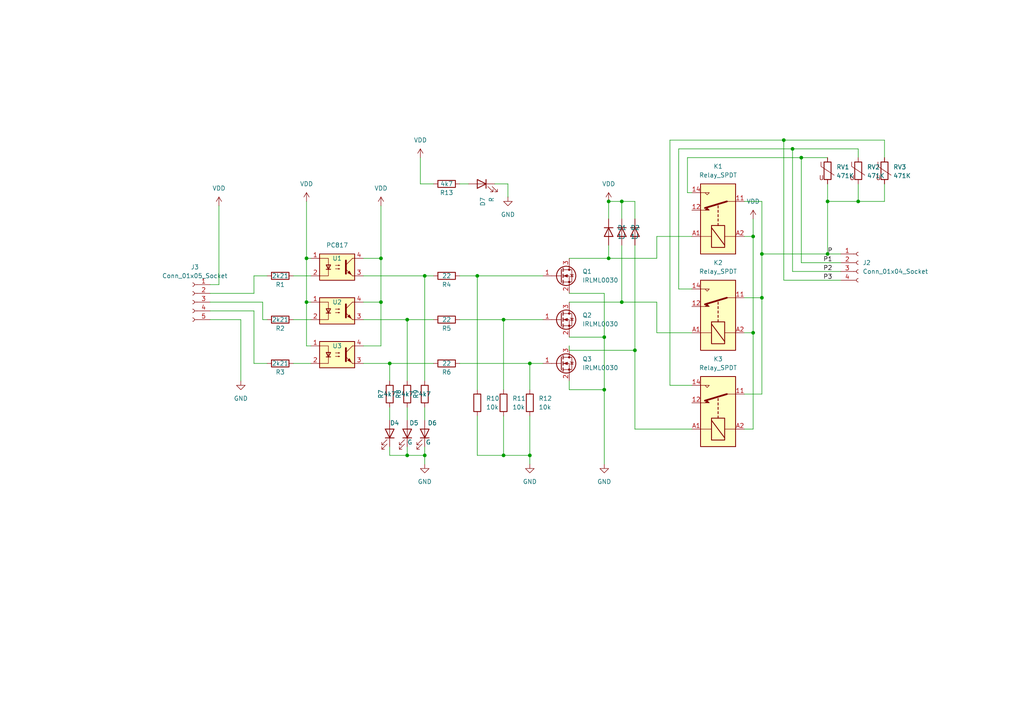
<source format=kicad_sch>
(kicad_sch
	(version 20231120)
	(generator "eeschema")
	(generator_version "8.0")
	(uuid "aeb2e146-8395-44c2-9b78-4c462bf5527a")
	(paper "A4")
	(lib_symbols
		(symbol "Connector:Conn_01x04_Socket"
			(pin_names
				(offset 1.016) hide)
			(exclude_from_sim no)
			(in_bom yes)
			(on_board yes)
			(property "Reference" "J"
				(at 0 5.08 0)
				(effects
					(font
						(size 1.27 1.27)
					)
				)
			)
			(property "Value" "Conn_01x04_Socket"
				(at 0 -7.62 0)
				(effects
					(font
						(size 1.27 1.27)
					)
				)
			)
			(property "Footprint" ""
				(at 0 0 0)
				(effects
					(font
						(size 1.27 1.27)
					)
					(hide yes)
				)
			)
			(property "Datasheet" "~"
				(at 0 0 0)
				(effects
					(font
						(size 1.27 1.27)
					)
					(hide yes)
				)
			)
			(property "Description" "Generic connector, single row, 01x04, script generated"
				(at 0 0 0)
				(effects
					(font
						(size 1.27 1.27)
					)
					(hide yes)
				)
			)
			(property "ki_locked" ""
				(at 0 0 0)
				(effects
					(font
						(size 1.27 1.27)
					)
				)
			)
			(property "ki_keywords" "connector"
				(at 0 0 0)
				(effects
					(font
						(size 1.27 1.27)
					)
					(hide yes)
				)
			)
			(property "ki_fp_filters" "Connector*:*_1x??_*"
				(at 0 0 0)
				(effects
					(font
						(size 1.27 1.27)
					)
					(hide yes)
				)
			)
			(symbol "Conn_01x04_Socket_1_1"
				(arc
					(start 0 -4.572)
					(mid -0.5058 -5.08)
					(end 0 -5.588)
					(stroke
						(width 0.1524)
						(type default)
					)
					(fill
						(type none)
					)
				)
				(arc
					(start 0 -2.032)
					(mid -0.5058 -2.54)
					(end 0 -3.048)
					(stroke
						(width 0.1524)
						(type default)
					)
					(fill
						(type none)
					)
				)
				(polyline
					(pts
						(xy -1.27 -5.08) (xy -0.508 -5.08)
					)
					(stroke
						(width 0.1524)
						(type default)
					)
					(fill
						(type none)
					)
				)
				(polyline
					(pts
						(xy -1.27 -2.54) (xy -0.508 -2.54)
					)
					(stroke
						(width 0.1524)
						(type default)
					)
					(fill
						(type none)
					)
				)
				(polyline
					(pts
						(xy -1.27 0) (xy -0.508 0)
					)
					(stroke
						(width 0.1524)
						(type default)
					)
					(fill
						(type none)
					)
				)
				(polyline
					(pts
						(xy -1.27 2.54) (xy -0.508 2.54)
					)
					(stroke
						(width 0.1524)
						(type default)
					)
					(fill
						(type none)
					)
				)
				(arc
					(start 0 0.508)
					(mid -0.5058 0)
					(end 0 -0.508)
					(stroke
						(width 0.1524)
						(type default)
					)
					(fill
						(type none)
					)
				)
				(arc
					(start 0 3.048)
					(mid -0.5058 2.54)
					(end 0 2.032)
					(stroke
						(width 0.1524)
						(type default)
					)
					(fill
						(type none)
					)
				)
				(pin passive line
					(at -5.08 2.54 0)
					(length 3.81)
					(name "Pin_1"
						(effects
							(font
								(size 1.27 1.27)
							)
						)
					)
					(number "1"
						(effects
							(font
								(size 1.27 1.27)
							)
						)
					)
				)
				(pin passive line
					(at -5.08 0 0)
					(length 3.81)
					(name "Pin_2"
						(effects
							(font
								(size 1.27 1.27)
							)
						)
					)
					(number "2"
						(effects
							(font
								(size 1.27 1.27)
							)
						)
					)
				)
				(pin passive line
					(at -5.08 -2.54 0)
					(length 3.81)
					(name "Pin_3"
						(effects
							(font
								(size 1.27 1.27)
							)
						)
					)
					(number "3"
						(effects
							(font
								(size 1.27 1.27)
							)
						)
					)
				)
				(pin passive line
					(at -5.08 -5.08 0)
					(length 3.81)
					(name "Pin_4"
						(effects
							(font
								(size 1.27 1.27)
							)
						)
					)
					(number "4"
						(effects
							(font
								(size 1.27 1.27)
							)
						)
					)
				)
			)
		)
		(symbol "Connector:Conn_01x05_Socket"
			(pin_names
				(offset 1.016) hide)
			(exclude_from_sim no)
			(in_bom yes)
			(on_board yes)
			(property "Reference" "J"
				(at 0 7.62 0)
				(effects
					(font
						(size 1.27 1.27)
					)
				)
			)
			(property "Value" "Conn_01x05_Socket"
				(at 0 -7.62 0)
				(effects
					(font
						(size 1.27 1.27)
					)
				)
			)
			(property "Footprint" ""
				(at 0 0 0)
				(effects
					(font
						(size 1.27 1.27)
					)
					(hide yes)
				)
			)
			(property "Datasheet" "~"
				(at 0 0 0)
				(effects
					(font
						(size 1.27 1.27)
					)
					(hide yes)
				)
			)
			(property "Description" "Generic connector, single row, 01x05, script generated"
				(at 0 0 0)
				(effects
					(font
						(size 1.27 1.27)
					)
					(hide yes)
				)
			)
			(property "ki_locked" ""
				(at 0 0 0)
				(effects
					(font
						(size 1.27 1.27)
					)
				)
			)
			(property "ki_keywords" "connector"
				(at 0 0 0)
				(effects
					(font
						(size 1.27 1.27)
					)
					(hide yes)
				)
			)
			(property "ki_fp_filters" "Connector*:*_1x??_*"
				(at 0 0 0)
				(effects
					(font
						(size 1.27 1.27)
					)
					(hide yes)
				)
			)
			(symbol "Conn_01x05_Socket_1_1"
				(arc
					(start 0 -4.572)
					(mid -0.5058 -5.08)
					(end 0 -5.588)
					(stroke
						(width 0.1524)
						(type default)
					)
					(fill
						(type none)
					)
				)
				(arc
					(start 0 -2.032)
					(mid -0.5058 -2.54)
					(end 0 -3.048)
					(stroke
						(width 0.1524)
						(type default)
					)
					(fill
						(type none)
					)
				)
				(polyline
					(pts
						(xy -1.27 -5.08) (xy -0.508 -5.08)
					)
					(stroke
						(width 0.1524)
						(type default)
					)
					(fill
						(type none)
					)
				)
				(polyline
					(pts
						(xy -1.27 -2.54) (xy -0.508 -2.54)
					)
					(stroke
						(width 0.1524)
						(type default)
					)
					(fill
						(type none)
					)
				)
				(polyline
					(pts
						(xy -1.27 0) (xy -0.508 0)
					)
					(stroke
						(width 0.1524)
						(type default)
					)
					(fill
						(type none)
					)
				)
				(polyline
					(pts
						(xy -1.27 2.54) (xy -0.508 2.54)
					)
					(stroke
						(width 0.1524)
						(type default)
					)
					(fill
						(type none)
					)
				)
				(polyline
					(pts
						(xy -1.27 5.08) (xy -0.508 5.08)
					)
					(stroke
						(width 0.1524)
						(type default)
					)
					(fill
						(type none)
					)
				)
				(arc
					(start 0 0.508)
					(mid -0.5058 0)
					(end 0 -0.508)
					(stroke
						(width 0.1524)
						(type default)
					)
					(fill
						(type none)
					)
				)
				(arc
					(start 0 3.048)
					(mid -0.5058 2.54)
					(end 0 2.032)
					(stroke
						(width 0.1524)
						(type default)
					)
					(fill
						(type none)
					)
				)
				(arc
					(start 0 5.588)
					(mid -0.5058 5.08)
					(end 0 4.572)
					(stroke
						(width 0.1524)
						(type default)
					)
					(fill
						(type none)
					)
				)
				(pin passive line
					(at -5.08 5.08 0)
					(length 3.81)
					(name "Pin_1"
						(effects
							(font
								(size 1.27 1.27)
							)
						)
					)
					(number "1"
						(effects
							(font
								(size 1.27 1.27)
							)
						)
					)
				)
				(pin passive line
					(at -5.08 2.54 0)
					(length 3.81)
					(name "Pin_2"
						(effects
							(font
								(size 1.27 1.27)
							)
						)
					)
					(number "2"
						(effects
							(font
								(size 1.27 1.27)
							)
						)
					)
				)
				(pin passive line
					(at -5.08 0 0)
					(length 3.81)
					(name "Pin_3"
						(effects
							(font
								(size 1.27 1.27)
							)
						)
					)
					(number "3"
						(effects
							(font
								(size 1.27 1.27)
							)
						)
					)
				)
				(pin passive line
					(at -5.08 -2.54 0)
					(length 3.81)
					(name "Pin_4"
						(effects
							(font
								(size 1.27 1.27)
							)
						)
					)
					(number "4"
						(effects
							(font
								(size 1.27 1.27)
							)
						)
					)
				)
				(pin passive line
					(at -5.08 -5.08 0)
					(length 3.81)
					(name "Pin_5"
						(effects
							(font
								(size 1.27 1.27)
							)
						)
					)
					(number "5"
						(effects
							(font
								(size 1.27 1.27)
							)
						)
					)
				)
			)
		)
		(symbol "Device:LED"
			(pin_numbers hide)
			(pin_names
				(offset 1.016) hide)
			(exclude_from_sim no)
			(in_bom yes)
			(on_board yes)
			(property "Reference" "D"
				(at 0 2.54 0)
				(effects
					(font
						(size 1.27 1.27)
					)
				)
			)
			(property "Value" "LED"
				(at 0 -2.54 0)
				(effects
					(font
						(size 1.27 1.27)
					)
				)
			)
			(property "Footprint" ""
				(at 0 0 0)
				(effects
					(font
						(size 1.27 1.27)
					)
					(hide yes)
				)
			)
			(property "Datasheet" "~"
				(at 0 0 0)
				(effects
					(font
						(size 1.27 1.27)
					)
					(hide yes)
				)
			)
			(property "Description" "Light emitting diode"
				(at 0 0 0)
				(effects
					(font
						(size 1.27 1.27)
					)
					(hide yes)
				)
			)
			(property "ki_keywords" "LED diode"
				(at 0 0 0)
				(effects
					(font
						(size 1.27 1.27)
					)
					(hide yes)
				)
			)
			(property "ki_fp_filters" "LED* LED_SMD:* LED_THT:*"
				(at 0 0 0)
				(effects
					(font
						(size 1.27 1.27)
					)
					(hide yes)
				)
			)
			(symbol "LED_0_1"
				(polyline
					(pts
						(xy -1.27 -1.27) (xy -1.27 1.27)
					)
					(stroke
						(width 0.254)
						(type default)
					)
					(fill
						(type none)
					)
				)
				(polyline
					(pts
						(xy -1.27 0) (xy 1.27 0)
					)
					(stroke
						(width 0)
						(type default)
					)
					(fill
						(type none)
					)
				)
				(polyline
					(pts
						(xy 1.27 -1.27) (xy 1.27 1.27) (xy -1.27 0) (xy 1.27 -1.27)
					)
					(stroke
						(width 0.254)
						(type default)
					)
					(fill
						(type none)
					)
				)
				(polyline
					(pts
						(xy -3.048 -0.762) (xy -4.572 -2.286) (xy -3.81 -2.286) (xy -4.572 -2.286) (xy -4.572 -1.524)
					)
					(stroke
						(width 0)
						(type default)
					)
					(fill
						(type none)
					)
				)
				(polyline
					(pts
						(xy -1.778 -0.762) (xy -3.302 -2.286) (xy -2.54 -2.286) (xy -3.302 -2.286) (xy -3.302 -1.524)
					)
					(stroke
						(width 0)
						(type default)
					)
					(fill
						(type none)
					)
				)
			)
			(symbol "LED_1_1"
				(pin passive line
					(at -3.81 0 0)
					(length 2.54)
					(name "K"
						(effects
							(font
								(size 1.27 1.27)
							)
						)
					)
					(number "1"
						(effects
							(font
								(size 1.27 1.27)
							)
						)
					)
				)
				(pin passive line
					(at 3.81 0 180)
					(length 2.54)
					(name "A"
						(effects
							(font
								(size 1.27 1.27)
							)
						)
					)
					(number "2"
						(effects
							(font
								(size 1.27 1.27)
							)
						)
					)
				)
			)
		)
		(symbol "Device:R"
			(pin_numbers hide)
			(pin_names
				(offset 0)
			)
			(exclude_from_sim no)
			(in_bom yes)
			(on_board yes)
			(property "Reference" "R"
				(at 2.032 0 90)
				(effects
					(font
						(size 1.27 1.27)
					)
				)
			)
			(property "Value" "R"
				(at 0 0 90)
				(effects
					(font
						(size 1.27 1.27)
					)
				)
			)
			(property "Footprint" ""
				(at -1.778 0 90)
				(effects
					(font
						(size 1.27 1.27)
					)
					(hide yes)
				)
			)
			(property "Datasheet" "~"
				(at 0 0 0)
				(effects
					(font
						(size 1.27 1.27)
					)
					(hide yes)
				)
			)
			(property "Description" "Resistor"
				(at 0 0 0)
				(effects
					(font
						(size 1.27 1.27)
					)
					(hide yes)
				)
			)
			(property "ki_keywords" "R res resistor"
				(at 0 0 0)
				(effects
					(font
						(size 1.27 1.27)
					)
					(hide yes)
				)
			)
			(property "ki_fp_filters" "R_*"
				(at 0 0 0)
				(effects
					(font
						(size 1.27 1.27)
					)
					(hide yes)
				)
			)
			(symbol "R_0_1"
				(rectangle
					(start -1.016 -2.54)
					(end 1.016 2.54)
					(stroke
						(width 0.254)
						(type default)
					)
					(fill
						(type none)
					)
				)
			)
			(symbol "R_1_1"
				(pin passive line
					(at 0 3.81 270)
					(length 1.27)
					(name "~"
						(effects
							(font
								(size 1.27 1.27)
							)
						)
					)
					(number "1"
						(effects
							(font
								(size 1.27 1.27)
							)
						)
					)
				)
				(pin passive line
					(at 0 -3.81 90)
					(length 1.27)
					(name "~"
						(effects
							(font
								(size 1.27 1.27)
							)
						)
					)
					(number "2"
						(effects
							(font
								(size 1.27 1.27)
							)
						)
					)
				)
			)
		)
		(symbol "Device:Varistor"
			(pin_numbers hide)
			(pin_names
				(offset 0)
			)
			(exclude_from_sim no)
			(in_bom yes)
			(on_board yes)
			(property "Reference" "RV"
				(at 3.175 0 90)
				(effects
					(font
						(size 1.27 1.27)
					)
				)
			)
			(property "Value" "Varistor"
				(at -3.175 0 90)
				(effects
					(font
						(size 1.27 1.27)
					)
				)
			)
			(property "Footprint" ""
				(at -1.778 0 90)
				(effects
					(font
						(size 1.27 1.27)
					)
					(hide yes)
				)
			)
			(property "Datasheet" "~"
				(at 0 0 0)
				(effects
					(font
						(size 1.27 1.27)
					)
					(hide yes)
				)
			)
			(property "Description" "Voltage dependent resistor"
				(at 0 0 0)
				(effects
					(font
						(size 1.27 1.27)
					)
					(hide yes)
				)
			)
			(property "Sim.Name" "kicad_builtin_varistor"
				(at 0 0 0)
				(effects
					(font
						(size 1.27 1.27)
					)
					(hide yes)
				)
			)
			(property "Sim.Device" "SUBCKT"
				(at 0 0 0)
				(effects
					(font
						(size 1.27 1.27)
					)
					(hide yes)
				)
			)
			(property "Sim.Pins" "1=A 2=B"
				(at 0 0 0)
				(effects
					(font
						(size 1.27 1.27)
					)
					(hide yes)
				)
			)
			(property "Sim.Params" "threshold=1k"
				(at 0 0 0)
				(effects
					(font
						(size 1.27 1.27)
					)
					(hide yes)
				)
			)
			(property "Sim.Library" "${KICAD7_SYMBOL_DIR}/Simulation_SPICE.sp"
				(at 0 0 0)
				(effects
					(font
						(size 1.27 1.27)
					)
					(hide yes)
				)
			)
			(property "ki_keywords" "VDR resistance"
				(at 0 0 0)
				(effects
					(font
						(size 1.27 1.27)
					)
					(hide yes)
				)
			)
			(property "ki_fp_filters" "RV_* Varistor*"
				(at 0 0 0)
				(effects
					(font
						(size 1.27 1.27)
					)
					(hide yes)
				)
			)
			(symbol "Varistor_0_0"
				(text "U"
					(at -1.778 -2.032 0)
					(effects
						(font
							(size 1.27 1.27)
						)
					)
				)
			)
			(symbol "Varistor_0_1"
				(rectangle
					(start -1.016 -2.54)
					(end 1.016 2.54)
					(stroke
						(width 0.254)
						(type default)
					)
					(fill
						(type none)
					)
				)
				(polyline
					(pts
						(xy -1.905 2.54) (xy -1.905 1.27) (xy 1.905 -1.27)
					)
					(stroke
						(width 0)
						(type default)
					)
					(fill
						(type none)
					)
				)
			)
			(symbol "Varistor_1_1"
				(pin passive line
					(at 0 3.81 270)
					(length 1.27)
					(name "~"
						(effects
							(font
								(size 1.27 1.27)
							)
						)
					)
					(number "1"
						(effects
							(font
								(size 1.27 1.27)
							)
						)
					)
				)
				(pin passive line
					(at 0 -3.81 90)
					(length 1.27)
					(name "~"
						(effects
							(font
								(size 1.27 1.27)
							)
						)
					)
					(number "2"
						(effects
							(font
								(size 1.27 1.27)
							)
						)
					)
				)
			)
		)
		(symbol "Diode:US1D"
			(pin_numbers hide)
			(pin_names hide)
			(exclude_from_sim no)
			(in_bom yes)
			(on_board yes)
			(property "Reference" "D"
				(at 0 2.54 0)
				(effects
					(font
						(size 1.27 1.27)
					)
				)
			)
			(property "Value" "US1D"
				(at 0 -2.54 0)
				(effects
					(font
						(size 1.27 1.27)
					)
				)
			)
			(property "Footprint" "Diode_SMD:D_SMA"
				(at 0 -4.445 0)
				(effects
					(font
						(size 1.27 1.27)
					)
					(hide yes)
				)
			)
			(property "Datasheet" "https://www.diodes.com/assets/Datasheets/ds16008.pdf"
				(at 0 0 0)
				(effects
					(font
						(size 1.27 1.27)
					)
					(hide yes)
				)
			)
			(property "Description" "200V, 1A, General Purpose Rectifier Diode, SMA(DO-214AC)"
				(at 0 0 0)
				(effects
					(font
						(size 1.27 1.27)
					)
					(hide yes)
				)
			)
			(property "Sim.Device" "D"
				(at 0 0 0)
				(effects
					(font
						(size 1.27 1.27)
					)
					(hide yes)
				)
			)
			(property "Sim.Pins" "1=K 2=A"
				(at 0 0 0)
				(effects
					(font
						(size 1.27 1.27)
					)
					(hide yes)
				)
			)
			(property "ki_keywords" "Ultra Fast"
				(at 0 0 0)
				(effects
					(font
						(size 1.27 1.27)
					)
					(hide yes)
				)
			)
			(property "ki_fp_filters" "D*SMA*"
				(at 0 0 0)
				(effects
					(font
						(size 1.27 1.27)
					)
					(hide yes)
				)
			)
			(symbol "US1D_0_1"
				(polyline
					(pts
						(xy -1.27 1.27) (xy -1.27 -1.27)
					)
					(stroke
						(width 0.254)
						(type default)
					)
					(fill
						(type none)
					)
				)
				(polyline
					(pts
						(xy 1.27 0) (xy -1.27 0)
					)
					(stroke
						(width 0)
						(type default)
					)
					(fill
						(type none)
					)
				)
				(polyline
					(pts
						(xy 1.27 1.27) (xy 1.27 -1.27) (xy -1.27 0) (xy 1.27 1.27)
					)
					(stroke
						(width 0.254)
						(type default)
					)
					(fill
						(type none)
					)
				)
			)
			(symbol "US1D_1_1"
				(pin passive line
					(at -3.81 0 0)
					(length 2.54)
					(name "K"
						(effects
							(font
								(size 1.27 1.27)
							)
						)
					)
					(number "1"
						(effects
							(font
								(size 1.27 1.27)
							)
						)
					)
				)
				(pin passive line
					(at 3.81 0 180)
					(length 2.54)
					(name "A"
						(effects
							(font
								(size 1.27 1.27)
							)
						)
					)
					(number "2"
						(effects
							(font
								(size 1.27 1.27)
							)
						)
					)
				)
			)
		)
		(symbol "Isolator:PC817"
			(pin_names
				(offset 1.016)
			)
			(exclude_from_sim no)
			(in_bom yes)
			(on_board yes)
			(property "Reference" "U"
				(at -5.08 5.08 0)
				(effects
					(font
						(size 1.27 1.27)
					)
					(justify left)
				)
			)
			(property "Value" "PC817"
				(at 0 5.08 0)
				(effects
					(font
						(size 1.27 1.27)
					)
					(justify left)
				)
			)
			(property "Footprint" "Package_DIP:DIP-4_W7.62mm"
				(at -5.08 -5.08 0)
				(effects
					(font
						(size 1.27 1.27)
						(italic yes)
					)
					(justify left)
					(hide yes)
				)
			)
			(property "Datasheet" "http://www.soselectronic.cz/a_info/resource/d/pc817.pdf"
				(at 0 0 0)
				(effects
					(font
						(size 1.27 1.27)
					)
					(justify left)
					(hide yes)
				)
			)
			(property "Description" "DC Optocoupler, Vce 35V, CTR 50-300%, DIP-4"
				(at 0 0 0)
				(effects
					(font
						(size 1.27 1.27)
					)
					(hide yes)
				)
			)
			(property "ki_keywords" "NPN DC Optocoupler"
				(at 0 0 0)
				(effects
					(font
						(size 1.27 1.27)
					)
					(hide yes)
				)
			)
			(property "ki_fp_filters" "DIP*W7.62mm*"
				(at 0 0 0)
				(effects
					(font
						(size 1.27 1.27)
					)
					(hide yes)
				)
			)
			(symbol "PC817_0_1"
				(rectangle
					(start -5.08 3.81)
					(end 5.08 -3.81)
					(stroke
						(width 0.254)
						(type default)
					)
					(fill
						(type background)
					)
				)
				(polyline
					(pts
						(xy -3.175 -0.635) (xy -1.905 -0.635)
					)
					(stroke
						(width 0.254)
						(type default)
					)
					(fill
						(type none)
					)
				)
				(polyline
					(pts
						(xy 2.54 0.635) (xy 4.445 2.54)
					)
					(stroke
						(width 0)
						(type default)
					)
					(fill
						(type none)
					)
				)
				(polyline
					(pts
						(xy 4.445 -2.54) (xy 2.54 -0.635)
					)
					(stroke
						(width 0)
						(type default)
					)
					(fill
						(type outline)
					)
				)
				(polyline
					(pts
						(xy 4.445 -2.54) (xy 5.08 -2.54)
					)
					(stroke
						(width 0)
						(type default)
					)
					(fill
						(type none)
					)
				)
				(polyline
					(pts
						(xy 4.445 2.54) (xy 5.08 2.54)
					)
					(stroke
						(width 0)
						(type default)
					)
					(fill
						(type none)
					)
				)
				(polyline
					(pts
						(xy -5.08 2.54) (xy -2.54 2.54) (xy -2.54 -0.635)
					)
					(stroke
						(width 0)
						(type default)
					)
					(fill
						(type none)
					)
				)
				(polyline
					(pts
						(xy -2.54 -0.635) (xy -2.54 -2.54) (xy -5.08 -2.54)
					)
					(stroke
						(width 0)
						(type default)
					)
					(fill
						(type none)
					)
				)
				(polyline
					(pts
						(xy 2.54 1.905) (xy 2.54 -1.905) (xy 2.54 -1.905)
					)
					(stroke
						(width 0.508)
						(type default)
					)
					(fill
						(type none)
					)
				)
				(polyline
					(pts
						(xy -2.54 -0.635) (xy -3.175 0.635) (xy -1.905 0.635) (xy -2.54 -0.635)
					)
					(stroke
						(width 0.254)
						(type default)
					)
					(fill
						(type none)
					)
				)
				(polyline
					(pts
						(xy -0.508 -0.508) (xy 0.762 -0.508) (xy 0.381 -0.635) (xy 0.381 -0.381) (xy 0.762 -0.508)
					)
					(stroke
						(width 0)
						(type default)
					)
					(fill
						(type none)
					)
				)
				(polyline
					(pts
						(xy -0.508 0.508) (xy 0.762 0.508) (xy 0.381 0.381) (xy 0.381 0.635) (xy 0.762 0.508)
					)
					(stroke
						(width 0)
						(type default)
					)
					(fill
						(type none)
					)
				)
				(polyline
					(pts
						(xy 3.048 -1.651) (xy 3.556 -1.143) (xy 4.064 -2.159) (xy 3.048 -1.651) (xy 3.048 -1.651)
					)
					(stroke
						(width 0)
						(type default)
					)
					(fill
						(type outline)
					)
				)
			)
			(symbol "PC817_1_1"
				(pin passive line
					(at -7.62 2.54 0)
					(length 2.54)
					(name "~"
						(effects
							(font
								(size 1.27 1.27)
							)
						)
					)
					(number "1"
						(effects
							(font
								(size 1.27 1.27)
							)
						)
					)
				)
				(pin passive line
					(at -7.62 -2.54 0)
					(length 2.54)
					(name "~"
						(effects
							(font
								(size 1.27 1.27)
							)
						)
					)
					(number "2"
						(effects
							(font
								(size 1.27 1.27)
							)
						)
					)
				)
				(pin passive line
					(at 7.62 -2.54 180)
					(length 2.54)
					(name "~"
						(effects
							(font
								(size 1.27 1.27)
							)
						)
					)
					(number "3"
						(effects
							(font
								(size 1.27 1.27)
							)
						)
					)
				)
				(pin passive line
					(at 7.62 2.54 180)
					(length 2.54)
					(name "~"
						(effects
							(font
								(size 1.27 1.27)
							)
						)
					)
					(number "4"
						(effects
							(font
								(size 1.27 1.27)
							)
						)
					)
				)
			)
		)
		(symbol "Relay:Relay_SPDT"
			(exclude_from_sim no)
			(in_bom yes)
			(on_board yes)
			(property "Reference" "K"
				(at 11.43 3.81 0)
				(effects
					(font
						(size 1.27 1.27)
					)
					(justify left)
				)
			)
			(property "Value" "Relay_SPDT"
				(at 11.43 1.27 0)
				(effects
					(font
						(size 1.27 1.27)
					)
					(justify left)
				)
			)
			(property "Footprint" ""
				(at 11.43 -1.27 0)
				(effects
					(font
						(size 1.27 1.27)
					)
					(justify left)
					(hide yes)
				)
			)
			(property "Datasheet" "~"
				(at 0 0 0)
				(effects
					(font
						(size 1.27 1.27)
					)
					(hide yes)
				)
			)
			(property "Description" "Relay SPDT, monostable, EN50005"
				(at 0 0 0)
				(effects
					(font
						(size 1.27 1.27)
					)
					(hide yes)
				)
			)
			(property "ki_keywords" "1P2T 1-Form-C single pole throw"
				(at 0 0 0)
				(effects
					(font
						(size 1.27 1.27)
					)
					(hide yes)
				)
			)
			(property "ki_fp_filters" "Relay?SPDT*"
				(at 0 0 0)
				(effects
					(font
						(size 1.27 1.27)
					)
					(hide yes)
				)
			)
			(symbol "Relay_SPDT_0_0"
				(polyline
					(pts
						(xy 7.62 5.08) (xy 7.62 2.54) (xy 6.985 3.175) (xy 7.62 3.81)
					)
					(stroke
						(width 0)
						(type default)
					)
					(fill
						(type none)
					)
				)
			)
			(symbol "Relay_SPDT_0_1"
				(rectangle
					(start -10.16 5.08)
					(end 10.16 -5.08)
					(stroke
						(width 0.254)
						(type default)
					)
					(fill
						(type background)
					)
				)
				(rectangle
					(start -8.255 1.905)
					(end -1.905 -1.905)
					(stroke
						(width 0.254)
						(type default)
					)
					(fill
						(type none)
					)
				)
				(polyline
					(pts
						(xy -7.62 -1.905) (xy -2.54 1.905)
					)
					(stroke
						(width 0.254)
						(type default)
					)
					(fill
						(type none)
					)
				)
				(polyline
					(pts
						(xy -5.08 -5.08) (xy -5.08 -1.905)
					)
					(stroke
						(width 0)
						(type default)
					)
					(fill
						(type none)
					)
				)
				(polyline
					(pts
						(xy -5.08 5.08) (xy -5.08 1.905)
					)
					(stroke
						(width 0)
						(type default)
					)
					(fill
						(type none)
					)
				)
				(polyline
					(pts
						(xy -1.905 0) (xy -1.27 0)
					)
					(stroke
						(width 0.254)
						(type default)
					)
					(fill
						(type none)
					)
				)
				(polyline
					(pts
						(xy -0.635 0) (xy 0 0)
					)
					(stroke
						(width 0.254)
						(type default)
					)
					(fill
						(type none)
					)
				)
				(polyline
					(pts
						(xy 0.635 0) (xy 1.27 0)
					)
					(stroke
						(width 0.254)
						(type default)
					)
					(fill
						(type none)
					)
				)
				(polyline
					(pts
						(xy 1.905 0) (xy 2.54 0)
					)
					(stroke
						(width 0.254)
						(type default)
					)
					(fill
						(type none)
					)
				)
				(polyline
					(pts
						(xy 3.175 0) (xy 3.81 0)
					)
					(stroke
						(width 0.254)
						(type default)
					)
					(fill
						(type none)
					)
				)
				(polyline
					(pts
						(xy 5.08 -2.54) (xy 3.175 3.81)
					)
					(stroke
						(width 0.508)
						(type default)
					)
					(fill
						(type none)
					)
				)
				(polyline
					(pts
						(xy 5.08 -2.54) (xy 5.08 -5.08)
					)
					(stroke
						(width 0)
						(type default)
					)
					(fill
						(type none)
					)
				)
				(polyline
					(pts
						(xy 2.54 5.08) (xy 2.54 2.54) (xy 3.175 3.175) (xy 2.54 3.81)
					)
					(stroke
						(width 0)
						(type default)
					)
					(fill
						(type outline)
					)
				)
			)
			(symbol "Relay_SPDT_1_1"
				(pin passive line
					(at 5.08 -7.62 90)
					(length 2.54)
					(name "~"
						(effects
							(font
								(size 1.27 1.27)
							)
						)
					)
					(number "11"
						(effects
							(font
								(size 1.27 1.27)
							)
						)
					)
				)
				(pin passive line
					(at 2.54 7.62 270)
					(length 2.54)
					(name "~"
						(effects
							(font
								(size 1.27 1.27)
							)
						)
					)
					(number "12"
						(effects
							(font
								(size 1.27 1.27)
							)
						)
					)
				)
				(pin passive line
					(at 7.62 7.62 270)
					(length 2.54)
					(name "~"
						(effects
							(font
								(size 1.27 1.27)
							)
						)
					)
					(number "14"
						(effects
							(font
								(size 1.27 1.27)
							)
						)
					)
				)
				(pin passive line
					(at -5.08 7.62 270)
					(length 2.54)
					(name "~"
						(effects
							(font
								(size 1.27 1.27)
							)
						)
					)
					(number "A1"
						(effects
							(font
								(size 1.27 1.27)
							)
						)
					)
				)
				(pin passive line
					(at -5.08 -7.62 90)
					(length 2.54)
					(name "~"
						(effects
							(font
								(size 1.27 1.27)
							)
						)
					)
					(number "A2"
						(effects
							(font
								(size 1.27 1.27)
							)
						)
					)
				)
			)
		)
		(symbol "Transistor_FET:IRLML0030"
			(pin_names hide)
			(exclude_from_sim no)
			(in_bom yes)
			(on_board yes)
			(property "Reference" "Q"
				(at 5.08 1.905 0)
				(effects
					(font
						(size 1.27 1.27)
					)
					(justify left)
				)
			)
			(property "Value" "IRLML0030"
				(at 5.08 0 0)
				(effects
					(font
						(size 1.27 1.27)
					)
					(justify left)
				)
			)
			(property "Footprint" "Package_TO_SOT_SMD:SOT-23"
				(at 5.08 -1.905 0)
				(effects
					(font
						(size 1.27 1.27)
						(italic yes)
					)
					(justify left)
					(hide yes)
				)
			)
			(property "Datasheet" "https://www.infineon.com/dgdl/irlml0030pbf.pdf?fileId=5546d462533600a401535664773825df"
				(at 0 0 0)
				(effects
					(font
						(size 1.27 1.27)
					)
					(justify left)
					(hide yes)
				)
			)
			(property "Description" "5.3A Id, 30V Vds, 27mOhm Rds, N-Channel HEXFET Power MOSFET, SOT-23"
				(at 0 0 0)
				(effects
					(font
						(size 1.27 1.27)
					)
					(hide yes)
				)
			)
			(property "ki_keywords" "N-Channel HEXFET MOSFET Logic-Level"
				(at 0 0 0)
				(effects
					(font
						(size 1.27 1.27)
					)
					(hide yes)
				)
			)
			(property "ki_fp_filters" "SOT?23*"
				(at 0 0 0)
				(effects
					(font
						(size 1.27 1.27)
					)
					(hide yes)
				)
			)
			(symbol "IRLML0030_0_1"
				(polyline
					(pts
						(xy 0.254 0) (xy -2.54 0)
					)
					(stroke
						(width 0)
						(type default)
					)
					(fill
						(type none)
					)
				)
				(polyline
					(pts
						(xy 0.254 1.905) (xy 0.254 -1.905)
					)
					(stroke
						(width 0.254)
						(type default)
					)
					(fill
						(type none)
					)
				)
				(polyline
					(pts
						(xy 0.762 -1.27) (xy 0.762 -2.286)
					)
					(stroke
						(width 0.254)
						(type default)
					)
					(fill
						(type none)
					)
				)
				(polyline
					(pts
						(xy 0.762 0.508) (xy 0.762 -0.508)
					)
					(stroke
						(width 0.254)
						(type default)
					)
					(fill
						(type none)
					)
				)
				(polyline
					(pts
						(xy 0.762 2.286) (xy 0.762 1.27)
					)
					(stroke
						(width 0.254)
						(type default)
					)
					(fill
						(type none)
					)
				)
				(polyline
					(pts
						(xy 2.54 2.54) (xy 2.54 1.778)
					)
					(stroke
						(width 0)
						(type default)
					)
					(fill
						(type none)
					)
				)
				(polyline
					(pts
						(xy 2.54 -2.54) (xy 2.54 0) (xy 0.762 0)
					)
					(stroke
						(width 0)
						(type default)
					)
					(fill
						(type none)
					)
				)
				(polyline
					(pts
						(xy 0.762 -1.778) (xy 3.302 -1.778) (xy 3.302 1.778) (xy 0.762 1.778)
					)
					(stroke
						(width 0)
						(type default)
					)
					(fill
						(type none)
					)
				)
				(polyline
					(pts
						(xy 1.016 0) (xy 2.032 0.381) (xy 2.032 -0.381) (xy 1.016 0)
					)
					(stroke
						(width 0)
						(type default)
					)
					(fill
						(type outline)
					)
				)
				(polyline
					(pts
						(xy 2.794 0.508) (xy 2.921 0.381) (xy 3.683 0.381) (xy 3.81 0.254)
					)
					(stroke
						(width 0)
						(type default)
					)
					(fill
						(type none)
					)
				)
				(polyline
					(pts
						(xy 3.302 0.381) (xy 2.921 -0.254) (xy 3.683 -0.254) (xy 3.302 0.381)
					)
					(stroke
						(width 0)
						(type default)
					)
					(fill
						(type none)
					)
				)
				(circle
					(center 1.651 0)
					(radius 2.794)
					(stroke
						(width 0.254)
						(type default)
					)
					(fill
						(type none)
					)
				)
				(circle
					(center 2.54 -1.778)
					(radius 0.254)
					(stroke
						(width 0)
						(type default)
					)
					(fill
						(type outline)
					)
				)
				(circle
					(center 2.54 1.778)
					(radius 0.254)
					(stroke
						(width 0)
						(type default)
					)
					(fill
						(type outline)
					)
				)
			)
			(symbol "IRLML0030_1_1"
				(pin input line
					(at -5.08 0 0)
					(length 2.54)
					(name "G"
						(effects
							(font
								(size 1.27 1.27)
							)
						)
					)
					(number "1"
						(effects
							(font
								(size 1.27 1.27)
							)
						)
					)
				)
				(pin passive line
					(at 2.54 -5.08 90)
					(length 2.54)
					(name "S"
						(effects
							(font
								(size 1.27 1.27)
							)
						)
					)
					(number "2"
						(effects
							(font
								(size 1.27 1.27)
							)
						)
					)
				)
				(pin passive line
					(at 2.54 5.08 270)
					(length 2.54)
					(name "D"
						(effects
							(font
								(size 1.27 1.27)
							)
						)
					)
					(number "3"
						(effects
							(font
								(size 1.27 1.27)
							)
						)
					)
				)
			)
		)
		(symbol "power:GND"
			(power)
			(pin_numbers hide)
			(pin_names
				(offset 0) hide)
			(exclude_from_sim no)
			(in_bom yes)
			(on_board yes)
			(property "Reference" "#PWR"
				(at 0 -6.35 0)
				(effects
					(font
						(size 1.27 1.27)
					)
					(hide yes)
				)
			)
			(property "Value" "GND"
				(at 0 -3.81 0)
				(effects
					(font
						(size 1.27 1.27)
					)
				)
			)
			(property "Footprint" ""
				(at 0 0 0)
				(effects
					(font
						(size 1.27 1.27)
					)
					(hide yes)
				)
			)
			(property "Datasheet" ""
				(at 0 0 0)
				(effects
					(font
						(size 1.27 1.27)
					)
					(hide yes)
				)
			)
			(property "Description" "Power symbol creates a global label with name \"GND\" , ground"
				(at 0 0 0)
				(effects
					(font
						(size 1.27 1.27)
					)
					(hide yes)
				)
			)
			(property "ki_keywords" "global power"
				(at 0 0 0)
				(effects
					(font
						(size 1.27 1.27)
					)
					(hide yes)
				)
			)
			(symbol "GND_0_1"
				(polyline
					(pts
						(xy 0 0) (xy 0 -1.27) (xy 1.27 -1.27) (xy 0 -2.54) (xy -1.27 -1.27) (xy 0 -1.27)
					)
					(stroke
						(width 0)
						(type default)
					)
					(fill
						(type none)
					)
				)
			)
			(symbol "GND_1_1"
				(pin power_in line
					(at 0 0 270)
					(length 0)
					(name "~"
						(effects
							(font
								(size 1.27 1.27)
							)
						)
					)
					(number "1"
						(effects
							(font
								(size 1.27 1.27)
							)
						)
					)
				)
			)
		)
		(symbol "power:VDD"
			(power)
			(pin_names
				(offset 0)
			)
			(exclude_from_sim no)
			(in_bom yes)
			(on_board yes)
			(property "Reference" "#PWR"
				(at 0 -3.81 0)
				(effects
					(font
						(size 1.27 1.27)
					)
					(hide yes)
				)
			)
			(property "Value" "VDD"
				(at 0 3.81 0)
				(effects
					(font
						(size 1.27 1.27)
					)
				)
			)
			(property "Footprint" ""
				(at 0 0 0)
				(effects
					(font
						(size 1.27 1.27)
					)
					(hide yes)
				)
			)
			(property "Datasheet" ""
				(at 0 0 0)
				(effects
					(font
						(size 1.27 1.27)
					)
					(hide yes)
				)
			)
			(property "Description" "Power symbol creates a global label with name \"VDD\""
				(at 0 0 0)
				(effects
					(font
						(size 1.27 1.27)
					)
					(hide yes)
				)
			)
			(property "ki_keywords" "global power"
				(at 0 0 0)
				(effects
					(font
						(size 1.27 1.27)
					)
					(hide yes)
				)
			)
			(symbol "VDD_0_1"
				(polyline
					(pts
						(xy -0.762 1.27) (xy 0 2.54)
					)
					(stroke
						(width 0)
						(type default)
					)
					(fill
						(type none)
					)
				)
				(polyline
					(pts
						(xy 0 0) (xy 0 2.54)
					)
					(stroke
						(width 0)
						(type default)
					)
					(fill
						(type none)
					)
				)
				(polyline
					(pts
						(xy 0 2.54) (xy 0.762 1.27)
					)
					(stroke
						(width 0)
						(type default)
					)
					(fill
						(type none)
					)
				)
			)
			(symbol "VDD_1_1"
				(pin power_in line
					(at 0 0 90)
					(length 0) hide
					(name "VDD"
						(effects
							(font
								(size 1.27 1.27)
							)
						)
					)
					(number "1"
						(effects
							(font
								(size 1.27 1.27)
							)
						)
					)
				)
			)
		)
	)
	(junction
		(at 229.87 43.18)
		(diameter 0)
		(color 0 0 0 0)
		(uuid "0444387f-a3a5-4391-8ff4-a0597e9dbbd2")
	)
	(junction
		(at 227.33 40.64)
		(diameter 0)
		(color 0 0 0 0)
		(uuid "062b1955-28b5-49e8-80d9-ecebc832a23c")
	)
	(junction
		(at 146.05 92.71)
		(diameter 0)
		(color 0 0 0 0)
		(uuid "06e93583-3c24-4edc-8dd0-92a43df29223")
	)
	(junction
		(at 113.03 105.41)
		(diameter 0)
		(color 0 0 0 0)
		(uuid "189875a4-7509-4536-a194-e4fb193d25db")
	)
	(junction
		(at 240.03 73.66)
		(diameter 0)
		(color 0 0 0 0)
		(uuid "36f73880-ce8c-4aee-bfe9-a036f4cb050d")
	)
	(junction
		(at 232.41 45.72)
		(diameter 0)
		(color 0 0 0 0)
		(uuid "420a9c2d-83a1-4081-bf25-ab3529abbe9e")
	)
	(junction
		(at 153.67 132.08)
		(diameter 0)
		(color 0 0 0 0)
		(uuid "54b6a966-e100-4219-9188-9322610b3500")
	)
	(junction
		(at 138.43 80.01)
		(diameter 0)
		(color 0 0 0 0)
		(uuid "59a0552b-e91d-4723-b3af-c06f51025d13")
	)
	(junction
		(at 180.34 58.42)
		(diameter 0)
		(color 0 0 0 0)
		(uuid "59e70fa3-587b-4f17-94f4-6bd7b4dbbd69")
	)
	(junction
		(at 218.44 68.58)
		(diameter 0)
		(color 0 0 0 0)
		(uuid "5ae6c52a-8e5a-4094-96da-dea0c5e63390")
	)
	(junction
		(at 248.92 58.42)
		(diameter 0)
		(color 0 0 0 0)
		(uuid "5b149033-2e3d-4dda-8438-f50f78496ab1")
	)
	(junction
		(at 118.11 92.71)
		(diameter 0)
		(color 0 0 0 0)
		(uuid "68c4c21e-6276-4606-b178-a6561a72de75")
	)
	(junction
		(at 175.26 97.79)
		(diameter 0)
		(color 0 0 0 0)
		(uuid "6eab43ed-4cda-4e41-adac-39d79ca6f25f")
	)
	(junction
		(at 123.19 80.01)
		(diameter 0)
		(color 0 0 0 0)
		(uuid "7e25b138-7203-409e-b080-92a0cd63f1b1")
	)
	(junction
		(at 123.19 132.08)
		(diameter 0)
		(color 0 0 0 0)
		(uuid "7f818879-679e-406d-9b18-6c652548b522")
	)
	(junction
		(at 146.05 132.08)
		(diameter 0)
		(color 0 0 0 0)
		(uuid "8d9e875a-daee-429e-b82f-5f2db9efa658")
	)
	(junction
		(at 118.11 132.08)
		(diameter 0)
		(color 0 0 0 0)
		(uuid "93e8c4a5-1eff-40b8-9c11-b3942027f04a")
	)
	(junction
		(at 184.15 101.6)
		(diameter 0)
		(color 0 0 0 0)
		(uuid "98163354-d7d1-44f7-a814-c49ba2945daf")
	)
	(junction
		(at 175.26 113.03)
		(diameter 0)
		(color 0 0 0 0)
		(uuid "9b496218-7031-43e1-bf68-3bebba2f5750")
	)
	(junction
		(at 218.44 96.52)
		(diameter 0)
		(color 0 0 0 0)
		(uuid "9d1f5071-722c-4a5b-bcd3-612fefb2acef")
	)
	(junction
		(at 110.49 74.93)
		(diameter 0)
		(color 0 0 0 0)
		(uuid "ae58b7cb-4fd2-4a26-b85e-7b102e5c9b69")
	)
	(junction
		(at 180.34 87.63)
		(diameter 0)
		(color 0 0 0 0)
		(uuid "af8e0266-0d75-4ece-b853-f0455e6e9e4e")
	)
	(junction
		(at 176.53 58.42)
		(diameter 0)
		(color 0 0 0 0)
		(uuid "b6da5dd9-ed80-4ae1-8011-211d0bb146de")
	)
	(junction
		(at 88.9 74.93)
		(diameter 0)
		(color 0 0 0 0)
		(uuid "c0290c47-a858-469f-9b78-c7390caa3270")
	)
	(junction
		(at 88.9 87.63)
		(diameter 0)
		(color 0 0 0 0)
		(uuid "c45fd3a4-a778-428b-ad09-fd3c3af9957c")
	)
	(junction
		(at 240.03 58.42)
		(diameter 0)
		(color 0 0 0 0)
		(uuid "c4cfb979-90ec-4805-9508-26dec561fe8e")
	)
	(junction
		(at 110.49 87.63)
		(diameter 0)
		(color 0 0 0 0)
		(uuid "c71ea0a2-8242-4edf-975b-7f575af5749c")
	)
	(junction
		(at 220.98 86.36)
		(diameter 0)
		(color 0 0 0 0)
		(uuid "cfa5c6f7-3d9e-46e0-95fc-0715c9ab1480")
	)
	(junction
		(at 153.67 105.41)
		(diameter 0)
		(color 0 0 0 0)
		(uuid "d5f0f850-01f4-4f8c-ab8a-e65789b68422")
	)
	(junction
		(at 176.53 74.93)
		(diameter 0)
		(color 0 0 0 0)
		(uuid "dcf569ed-7549-4457-8132-dad242f17de7")
	)
	(junction
		(at 220.98 73.66)
		(diameter 0)
		(color 0 0 0 0)
		(uuid "e2848e86-1c00-4bda-9e71-98f3869b2475")
	)
	(wire
		(pts
			(xy 60.96 90.17) (xy 73.66 90.17)
		)
		(stroke
			(width 0)
			(type default)
		)
		(uuid "01318928-0584-4497-bc88-f65c636a9dfe")
	)
	(wire
		(pts
			(xy 73.66 85.09) (xy 73.66 80.01)
		)
		(stroke
			(width 0)
			(type default)
		)
		(uuid "01a3881d-55b9-4d90-bcc9-906c074ebd97")
	)
	(wire
		(pts
			(xy 215.9 96.52) (xy 218.44 96.52)
		)
		(stroke
			(width 0)
			(type default)
		)
		(uuid "01da633b-89d9-4275-b9f1-9cf8b44890df")
	)
	(wire
		(pts
			(xy 118.11 92.71) (xy 118.11 110.49)
		)
		(stroke
			(width 0)
			(type default)
		)
		(uuid "042f5c76-db67-4a86-acd8-c517dbe3de60")
	)
	(wire
		(pts
			(xy 138.43 120.65) (xy 138.43 132.08)
		)
		(stroke
			(width 0)
			(type default)
		)
		(uuid "0472c881-34cc-491b-8360-c12cdb3e5358")
	)
	(wire
		(pts
			(xy 105.41 100.33) (xy 110.49 100.33)
		)
		(stroke
			(width 0)
			(type default)
		)
		(uuid "05e81f52-92e2-4cdc-a5e8-c0adad59479e")
	)
	(wire
		(pts
			(xy 153.67 113.03) (xy 153.67 105.41)
		)
		(stroke
			(width 0)
			(type default)
		)
		(uuid "0677e3fb-fefc-4b46-b8d9-8038b2c1ee69")
	)
	(wire
		(pts
			(xy 88.9 58.42) (xy 88.9 74.93)
		)
		(stroke
			(width 0)
			(type default)
		)
		(uuid "0ba1ffab-718d-4e37-bbac-4b8e858bd5f9")
	)
	(wire
		(pts
			(xy 184.15 124.46) (xy 200.66 124.46)
		)
		(stroke
			(width 0)
			(type default)
		)
		(uuid "0f0306bf-fe70-4146-832f-b1f6cd812f1f")
	)
	(wire
		(pts
			(xy 110.49 87.63) (xy 110.49 100.33)
		)
		(stroke
			(width 0)
			(type default)
		)
		(uuid "0f584850-9e1a-4241-bb86-016c78a9ba13")
	)
	(wire
		(pts
			(xy 176.53 71.12) (xy 176.53 74.93)
		)
		(stroke
			(width 0)
			(type default)
		)
		(uuid "10df6af1-6b68-4ace-bd48-b6f3cacc018e")
	)
	(wire
		(pts
			(xy 220.98 86.36) (xy 220.98 114.3)
		)
		(stroke
			(width 0)
			(type default)
		)
		(uuid "11dcdaab-f7dd-400a-9725-5737ddff3729")
	)
	(wire
		(pts
			(xy 229.87 43.18) (xy 248.92 43.18)
		)
		(stroke
			(width 0)
			(type default)
		)
		(uuid "11e55cab-4ffb-4120-85a0-a1912bb1aa0d")
	)
	(wire
		(pts
			(xy 60.96 92.71) (xy 69.85 92.71)
		)
		(stroke
			(width 0)
			(type default)
		)
		(uuid "126443f2-a5ab-4882-a28a-a582bdfeaf5e")
	)
	(wire
		(pts
			(xy 227.33 40.64) (xy 256.54 40.64)
		)
		(stroke
			(width 0)
			(type default)
		)
		(uuid "14c751ec-4d14-4620-b877-2c03128203b8")
	)
	(wire
		(pts
			(xy 190.5 96.52) (xy 200.66 96.52)
		)
		(stroke
			(width 0)
			(type default)
		)
		(uuid "159cda9c-523d-4134-971e-88480008177d")
	)
	(wire
		(pts
			(xy 76.2 87.63) (xy 60.96 87.63)
		)
		(stroke
			(width 0)
			(type default)
		)
		(uuid "17961314-8d67-4f51-bb82-7aefd9b167ce")
	)
	(wire
		(pts
			(xy 165.1 101.6) (xy 184.15 101.6)
		)
		(stroke
			(width 0)
			(type default)
		)
		(uuid "17fd93f3-5e45-4804-abb2-e39872987f6c")
	)
	(wire
		(pts
			(xy 218.44 96.52) (xy 218.44 124.46)
		)
		(stroke
			(width 0)
			(type default)
		)
		(uuid "189a7359-d288-431a-b423-568945e3c120")
	)
	(wire
		(pts
			(xy 63.5 82.55) (xy 63.5 59.69)
		)
		(stroke
			(width 0)
			(type default)
		)
		(uuid "19e7d746-4fdc-4ff7-8620-8a003d7ea290")
	)
	(wire
		(pts
			(xy 73.66 80.01) (xy 77.47 80.01)
		)
		(stroke
			(width 0)
			(type default)
		)
		(uuid "1a64ab8c-f1e1-4d55-b172-f85d80d055b9")
	)
	(wire
		(pts
			(xy 215.9 58.42) (xy 220.98 58.42)
		)
		(stroke
			(width 0)
			(type default)
		)
		(uuid "1bc06357-bbef-454e-ba6f-a188d78f7652")
	)
	(wire
		(pts
			(xy 165.1 74.93) (xy 176.53 74.93)
		)
		(stroke
			(width 0)
			(type default)
		)
		(uuid "2059c4b0-5c94-470a-b6e5-76bd30490a96")
	)
	(wire
		(pts
			(xy 133.35 92.71) (xy 146.05 92.71)
		)
		(stroke
			(width 0)
			(type default)
		)
		(uuid "213fb8d8-412a-4f73-a519-a232fa99fd78")
	)
	(wire
		(pts
			(xy 180.34 58.42) (xy 184.15 58.42)
		)
		(stroke
			(width 0)
			(type default)
		)
		(uuid "217fe30b-5d4e-4735-ade4-3176d08aaf64")
	)
	(wire
		(pts
			(xy 123.19 129.54) (xy 123.19 132.08)
		)
		(stroke
			(width 0)
			(type default)
		)
		(uuid "229169a6-38a3-4389-bfc0-f35e949f1a87")
	)
	(wire
		(pts
			(xy 105.41 105.41) (xy 113.03 105.41)
		)
		(stroke
			(width 0)
			(type default)
		)
		(uuid "2685306d-96ce-4330-9bca-66e9c42c139c")
	)
	(wire
		(pts
			(xy 218.44 68.58) (xy 218.44 96.52)
		)
		(stroke
			(width 0)
			(type default)
		)
		(uuid "283a9f93-6e48-457f-8f36-792e106ea0cc")
	)
	(wire
		(pts
			(xy 180.34 58.42) (xy 180.34 63.5)
		)
		(stroke
			(width 0)
			(type default)
		)
		(uuid "2a47b789-fed0-4cbe-9398-a5e600cc03f4")
	)
	(wire
		(pts
			(xy 176.53 58.42) (xy 180.34 58.42)
		)
		(stroke
			(width 0)
			(type default)
		)
		(uuid "323c11a3-67bd-4c97-8d4b-782b7d892954")
	)
	(wire
		(pts
			(xy 113.03 105.41) (xy 113.03 110.49)
		)
		(stroke
			(width 0)
			(type default)
		)
		(uuid "33890910-5b10-48de-8307-7309d0a937e7")
	)
	(wire
		(pts
			(xy 133.35 105.41) (xy 153.67 105.41)
		)
		(stroke
			(width 0)
			(type default)
		)
		(uuid "35589aae-28d4-4632-b184-92ccfac469af")
	)
	(wire
		(pts
			(xy 105.41 80.01) (xy 123.19 80.01)
		)
		(stroke
			(width 0)
			(type default)
		)
		(uuid "37dbfca9-7428-4012-89cd-e7f0bddd030d")
	)
	(wire
		(pts
			(xy 118.11 92.71) (xy 125.73 92.71)
		)
		(stroke
			(width 0)
			(type default)
		)
		(uuid "39e167db-23ca-4e38-944f-42abcb84b48b")
	)
	(wire
		(pts
			(xy 165.1 113.03) (xy 175.26 113.03)
		)
		(stroke
			(width 0)
			(type default)
		)
		(uuid "3a148b82-6b3a-4c10-b620-73159074d5aa")
	)
	(wire
		(pts
			(xy 232.41 76.2) (xy 243.84 76.2)
		)
		(stroke
			(width 0)
			(type default)
		)
		(uuid "3b717ab5-e16e-435e-969e-1aa934c5aea0")
	)
	(wire
		(pts
			(xy 248.92 43.18) (xy 248.92 45.72)
		)
		(stroke
			(width 0)
			(type default)
		)
		(uuid "3e8bee47-b7f7-4d5d-b2d8-2a47cf76dc15")
	)
	(wire
		(pts
			(xy 227.33 81.28) (xy 243.84 81.28)
		)
		(stroke
			(width 0)
			(type default)
		)
		(uuid "3f9a615e-92a5-420a-b0d1-ec9d64d4b178")
	)
	(wire
		(pts
			(xy 240.03 73.66) (xy 243.84 73.66)
		)
		(stroke
			(width 0)
			(type default)
		)
		(uuid "46d2e0de-18f2-459f-9b56-483c63d1238d")
	)
	(wire
		(pts
			(xy 215.9 114.3) (xy 220.98 114.3)
		)
		(stroke
			(width 0)
			(type default)
		)
		(uuid "47d68084-93b7-4337-ab6f-2542e04d725e")
	)
	(wire
		(pts
			(xy 123.19 132.08) (xy 118.11 132.08)
		)
		(stroke
			(width 0)
			(type default)
		)
		(uuid "47e4b800-c1ec-4dd0-8874-5201e2031961")
	)
	(wire
		(pts
			(xy 153.67 132.08) (xy 153.67 134.62)
		)
		(stroke
			(width 0)
			(type default)
		)
		(uuid "48283011-991a-425c-9700-2b34fcdca85b")
	)
	(wire
		(pts
			(xy 76.2 92.71) (xy 76.2 87.63)
		)
		(stroke
			(width 0)
			(type default)
		)
		(uuid "4998b51d-dccb-4765-b1a7-eda4455c2bb2")
	)
	(wire
		(pts
			(xy 184.15 58.42) (xy 184.15 63.5)
		)
		(stroke
			(width 0)
			(type default)
		)
		(uuid "4ae4e3f7-eca7-492d-a006-3566bf2addd0")
	)
	(wire
		(pts
			(xy 199.39 45.72) (xy 232.41 45.72)
		)
		(stroke
			(width 0)
			(type default)
		)
		(uuid "4cddefe1-a02d-44c7-81f2-0a1a40a990f4")
	)
	(wire
		(pts
			(xy 176.53 74.93) (xy 190.5 74.93)
		)
		(stroke
			(width 0)
			(type default)
		)
		(uuid "4ed41814-e225-460d-a1e0-82fd32d41c8b")
	)
	(wire
		(pts
			(xy 232.41 45.72) (xy 240.03 45.72)
		)
		(stroke
			(width 0)
			(type default)
		)
		(uuid "4f48e91c-bcd4-4a4a-8c4d-a42335e50ab2")
	)
	(wire
		(pts
			(xy 146.05 132.08) (xy 153.67 132.08)
		)
		(stroke
			(width 0)
			(type default)
		)
		(uuid "51ef0a3e-6934-4e0b-aa6d-1d31f672b99a")
	)
	(wire
		(pts
			(xy 232.41 45.72) (xy 232.41 76.2)
		)
		(stroke
			(width 0)
			(type default)
		)
		(uuid "52177aad-3a15-4f5d-85f7-8893e1432e75")
	)
	(wire
		(pts
			(xy 105.41 74.93) (xy 110.49 74.93)
		)
		(stroke
			(width 0)
			(type default)
		)
		(uuid "53791086-2f94-4ef8-925c-50c872aed95a")
	)
	(wire
		(pts
			(xy 175.26 85.09) (xy 175.26 97.79)
		)
		(stroke
			(width 0)
			(type default)
		)
		(uuid "5633e88b-34a8-44c8-b088-9b80cacee3ce")
	)
	(wire
		(pts
			(xy 110.49 59.69) (xy 110.49 74.93)
		)
		(stroke
			(width 0)
			(type default)
		)
		(uuid "5700e78c-8949-4097-8932-4bb23d7a8d2c")
	)
	(wire
		(pts
			(xy 85.09 105.41) (xy 90.17 105.41)
		)
		(stroke
			(width 0)
			(type default)
		)
		(uuid "573d756e-c27a-44e2-ad9c-8cbc0fe9dd33")
	)
	(wire
		(pts
			(xy 199.39 55.88) (xy 199.39 45.72)
		)
		(stroke
			(width 0)
			(type default)
		)
		(uuid "57fa3503-cb75-43b0-a0ef-3cf33d1394d5")
	)
	(wire
		(pts
			(xy 60.96 82.55) (xy 63.5 82.55)
		)
		(stroke
			(width 0)
			(type default)
		)
		(uuid "5960fa24-b58f-4bc4-9fcf-1d6efda455b7")
	)
	(wire
		(pts
			(xy 229.87 43.18) (xy 229.87 78.74)
		)
		(stroke
			(width 0)
			(type default)
		)
		(uuid "596c2d8c-30d0-49a6-ada8-295f2b59b094")
	)
	(wire
		(pts
			(xy 60.96 85.09) (xy 73.66 85.09)
		)
		(stroke
			(width 0)
			(type default)
		)
		(uuid "5adcf3be-bc01-439d-97ed-abd032df4ba2")
	)
	(wire
		(pts
			(xy 175.26 113.03) (xy 175.26 134.62)
		)
		(stroke
			(width 0)
			(type default)
		)
		(uuid "5b510c68-5f98-490b-b482-a85226113c66")
	)
	(wire
		(pts
			(xy 118.11 132.08) (xy 118.11 129.54)
		)
		(stroke
			(width 0)
			(type default)
		)
		(uuid "5def74d2-ecf6-4391-afda-3b26bb9d7d9b")
	)
	(wire
		(pts
			(xy 85.09 92.71) (xy 90.17 92.71)
		)
		(stroke
			(width 0)
			(type default)
		)
		(uuid "5e9b9959-630b-41be-b073-0847b8cd69c2")
	)
	(wire
		(pts
			(xy 256.54 58.42) (xy 256.54 53.34)
		)
		(stroke
			(width 0)
			(type default)
		)
		(uuid "60b91edd-a0d9-4f75-8c95-2055c3cf0d40")
	)
	(wire
		(pts
			(xy 165.1 87.63) (xy 180.34 87.63)
		)
		(stroke
			(width 0)
			(type default)
		)
		(uuid "60f52df8-416d-417d-a5ac-32bcad58ab7a")
	)
	(wire
		(pts
			(xy 138.43 132.08) (xy 146.05 132.08)
		)
		(stroke
			(width 0)
			(type default)
		)
		(uuid "63ad4cd2-8f37-4ad0-a911-8952435fd817")
	)
	(wire
		(pts
			(xy 165.1 101.6) (xy 165.1 100.33)
		)
		(stroke
			(width 0)
			(type default)
		)
		(uuid "64ce023d-ad5f-4de5-b3c0-92bfe3d4491a")
	)
	(wire
		(pts
			(xy 146.05 92.71) (xy 157.48 92.71)
		)
		(stroke
			(width 0)
			(type default)
		)
		(uuid "6871923e-4d50-4245-a29e-73f0a75a34fd")
	)
	(wire
		(pts
			(xy 69.85 92.71) (xy 69.85 110.49)
		)
		(stroke
			(width 0)
			(type default)
		)
		(uuid "68a14c32-c1cc-4c15-910f-26257d1afbb5")
	)
	(wire
		(pts
			(xy 146.05 120.65) (xy 146.05 132.08)
		)
		(stroke
			(width 0)
			(type default)
		)
		(uuid "68d49fda-5e18-4229-893f-10dc2db09930")
	)
	(wire
		(pts
			(xy 113.03 121.92) (xy 113.03 118.11)
		)
		(stroke
			(width 0)
			(type default)
		)
		(uuid "690bf8c1-04c3-4bc1-9d6a-d316f469c43f")
	)
	(wire
		(pts
			(xy 199.39 55.88) (xy 200.66 55.88)
		)
		(stroke
			(width 0)
			(type default)
		)
		(uuid "69c78d8d-e1eb-4ad8-8370-c26fb3b54bf7")
	)
	(wire
		(pts
			(xy 180.34 71.12) (xy 180.34 87.63)
		)
		(stroke
			(width 0)
			(type default)
		)
		(uuid "6a67164e-9095-4fe3-a373-8b81c9a0c108")
	)
	(wire
		(pts
			(xy 240.03 58.42) (xy 240.03 73.66)
		)
		(stroke
			(width 0)
			(type default)
		)
		(uuid "6a7a77f1-1a21-4cbc-9dce-8f97f5e27121")
	)
	(wire
		(pts
			(xy 165.1 85.09) (xy 175.26 85.09)
		)
		(stroke
			(width 0)
			(type default)
		)
		(uuid "6b43b3b1-0fe7-4782-9849-33c9ddd52dd8")
	)
	(wire
		(pts
			(xy 248.92 53.34) (xy 248.92 58.42)
		)
		(stroke
			(width 0)
			(type default)
		)
		(uuid "6b47d859-825c-42c7-81f2-ee720d4653a9")
	)
	(wire
		(pts
			(xy 113.03 132.08) (xy 113.03 129.54)
		)
		(stroke
			(width 0)
			(type default)
		)
		(uuid "6bd8d91d-53fc-4c20-a897-f5728ebe71a0")
	)
	(wire
		(pts
			(xy 184.15 71.12) (xy 184.15 101.6)
		)
		(stroke
			(width 0)
			(type default)
		)
		(uuid "6c35dd39-fa44-43fa-a09a-395ff92726f4")
	)
	(wire
		(pts
			(xy 256.54 40.64) (xy 256.54 45.72)
		)
		(stroke
			(width 0)
			(type default)
		)
		(uuid "77b0c5ed-ef77-4fdc-ab7e-c78f8edb194c")
	)
	(wire
		(pts
			(xy 105.41 92.71) (xy 118.11 92.71)
		)
		(stroke
			(width 0)
			(type default)
		)
		(uuid "77bb920c-bd08-4294-9c16-2a2b78c07826")
	)
	(wire
		(pts
			(xy 121.92 53.34) (xy 125.73 53.34)
		)
		(stroke
			(width 0)
			(type default)
		)
		(uuid "7bcd3e2b-df60-4d66-8543-ec8442f861ea")
	)
	(wire
		(pts
			(xy 196.85 43.18) (xy 229.87 43.18)
		)
		(stroke
			(width 0)
			(type default)
		)
		(uuid "848a15f0-14ae-4d62-8bd9-bfbff9de429f")
	)
	(wire
		(pts
			(xy 118.11 121.92) (xy 118.11 118.11)
		)
		(stroke
			(width 0)
			(type default)
		)
		(uuid "84aa1eda-5d66-47c4-bd7d-1ca1da77bedb")
	)
	(wire
		(pts
			(xy 76.2 92.71) (xy 77.47 92.71)
		)
		(stroke
			(width 0)
			(type default)
		)
		(uuid "874593e7-a87b-43c8-8740-487cc8716d85")
	)
	(wire
		(pts
			(xy 113.03 105.41) (xy 125.73 105.41)
		)
		(stroke
			(width 0)
			(type default)
		)
		(uuid "8b93ad39-0ccd-411a-956d-330c36923c47")
	)
	(wire
		(pts
			(xy 138.43 80.01) (xy 157.48 80.01)
		)
		(stroke
			(width 0)
			(type default)
		)
		(uuid "8ce1b6dd-3459-4d08-a860-e9cbc016c474")
	)
	(wire
		(pts
			(xy 133.35 80.01) (xy 138.43 80.01)
		)
		(stroke
			(width 0)
			(type default)
		)
		(uuid "8e5b89c8-d14a-49d3-a29e-addf16a76e0f")
	)
	(wire
		(pts
			(xy 165.1 97.79) (xy 175.26 97.79)
		)
		(stroke
			(width 0)
			(type default)
		)
		(uuid "99a2b5ee-0da5-4b09-954e-1d1001bd481c")
	)
	(wire
		(pts
			(xy 240.03 53.34) (xy 240.03 58.42)
		)
		(stroke
			(width 0)
			(type default)
		)
		(uuid "99ed81e9-4863-46ef-8114-f49501751a71")
	)
	(wire
		(pts
			(xy 218.44 63.5) (xy 218.44 68.58)
		)
		(stroke
			(width 0)
			(type default)
		)
		(uuid "9afdf10e-75cf-4f0d-9e02-fa4ac5bc6be3")
	)
	(wire
		(pts
			(xy 200.66 83.82) (xy 196.85 83.82)
		)
		(stroke
			(width 0)
			(type default)
		)
		(uuid "9f037ce9-bd3a-4b64-b61d-bb92226d32da")
	)
	(wire
		(pts
			(xy 123.19 118.11) (xy 123.19 121.92)
		)
		(stroke
			(width 0)
			(type default)
		)
		(uuid "a83310bb-0486-4037-b61c-0c22a46d204d")
	)
	(wire
		(pts
			(xy 196.85 83.82) (xy 196.85 43.18)
		)
		(stroke
			(width 0)
			(type default)
		)
		(uuid "a9426c93-9306-4018-a7cc-0936e61db3c4")
	)
	(wire
		(pts
			(xy 194.31 111.76) (xy 194.31 40.64)
		)
		(stroke
			(width 0)
			(type default)
		)
		(uuid "abcb308a-3ec6-4cf6-b285-ae9df24c67c2")
	)
	(wire
		(pts
			(xy 218.44 124.46) (xy 215.9 124.46)
		)
		(stroke
			(width 0)
			(type default)
		)
		(uuid "abe151ac-5027-46a6-b3ce-79b90b868b7a")
	)
	(wire
		(pts
			(xy 85.09 80.01) (xy 90.17 80.01)
		)
		(stroke
			(width 0)
			(type default)
		)
		(uuid "aea7fdc1-d802-4dee-a542-0e418e97b41b")
	)
	(wire
		(pts
			(xy 153.67 132.08) (xy 153.67 120.65)
		)
		(stroke
			(width 0)
			(type default)
		)
		(uuid "aef02329-2dc2-4ab4-b129-3ecc72b0a578")
	)
	(wire
		(pts
			(xy 220.98 73.66) (xy 220.98 86.36)
		)
		(stroke
			(width 0)
			(type default)
		)
		(uuid "b1d26d05-34ee-4ce8-ba0b-7ae03631e4e9")
	)
	(wire
		(pts
			(xy 240.03 58.42) (xy 248.92 58.42)
		)
		(stroke
			(width 0)
			(type default)
		)
		(uuid "b45fcb3a-beeb-4181-bff2-e40620cb463e")
	)
	(wire
		(pts
			(xy 229.87 78.74) (xy 243.84 78.74)
		)
		(stroke
			(width 0)
			(type default)
		)
		(uuid "b77a49d9-989e-4edb-a838-be298aab8a29")
	)
	(wire
		(pts
			(xy 123.19 80.01) (xy 125.73 80.01)
		)
		(stroke
			(width 0)
			(type default)
		)
		(uuid "b8f7f4c0-7705-4f6c-99c3-1f9b819dc2b7")
	)
	(wire
		(pts
			(xy 175.26 97.79) (xy 175.26 113.03)
		)
		(stroke
			(width 0)
			(type default)
		)
		(uuid "bc3aa006-0b62-49aa-bf74-a772e0456c17")
	)
	(wire
		(pts
			(xy 88.9 87.63) (xy 88.9 100.33)
		)
		(stroke
			(width 0)
			(type default)
		)
		(uuid "c1a04750-c04c-4ef8-9141-a4ac6a0d4578")
	)
	(wire
		(pts
			(xy 90.17 100.33) (xy 88.9 100.33)
		)
		(stroke
			(width 0)
			(type default)
		)
		(uuid "c2765729-dda6-47ae-9302-d1136cd5cd1b")
	)
	(wire
		(pts
			(xy 190.5 74.93) (xy 190.5 68.58)
		)
		(stroke
			(width 0)
			(type default)
		)
		(uuid "c2b5ebc6-f279-48c6-bf93-60dec7e5a87c")
	)
	(wire
		(pts
			(xy 165.1 110.49) (xy 165.1 113.03)
		)
		(stroke
			(width 0)
			(type default)
		)
		(uuid "c5b9dbd1-8637-4a3c-9860-0b577aa3baee")
	)
	(wire
		(pts
			(xy 180.34 87.63) (xy 190.5 87.63)
		)
		(stroke
			(width 0)
			(type default)
		)
		(uuid "c61ade45-51bd-45a5-a4c3-bd6b74a6b409")
	)
	(wire
		(pts
			(xy 88.9 74.93) (xy 88.9 87.63)
		)
		(stroke
			(width 0)
			(type default)
		)
		(uuid "c6b68e26-acef-4630-94c1-bdce7b081202")
	)
	(wire
		(pts
			(xy 138.43 80.01) (xy 138.43 113.03)
		)
		(stroke
			(width 0)
			(type default)
		)
		(uuid "c72f13a8-f73d-4f34-982c-2a35b125be8c")
	)
	(wire
		(pts
			(xy 190.5 68.58) (xy 200.66 68.58)
		)
		(stroke
			(width 0)
			(type default)
		)
		(uuid "cafeb115-5f8c-403e-a7b4-e659239bd148")
	)
	(wire
		(pts
			(xy 88.9 74.93) (xy 90.17 74.93)
		)
		(stroke
			(width 0)
			(type default)
		)
		(uuid "ce77e65f-36de-4274-8c8f-71b0691d3faa")
	)
	(wire
		(pts
			(xy 146.05 113.03) (xy 146.05 92.71)
		)
		(stroke
			(width 0)
			(type default)
		)
		(uuid "d29969cf-b946-42d0-ba83-9ca9c47f8e75")
	)
	(wire
		(pts
			(xy 200.66 111.76) (xy 194.31 111.76)
		)
		(stroke
			(width 0)
			(type default)
		)
		(uuid "d2bc32cf-03f3-4aae-8cd9-0998562ea082")
	)
	(wire
		(pts
			(xy 215.9 68.58) (xy 218.44 68.58)
		)
		(stroke
			(width 0)
			(type default)
		)
		(uuid "d2f0a155-c5a0-4022-b48a-99b2138ac8a6")
	)
	(wire
		(pts
			(xy 73.66 90.17) (xy 73.66 105.41)
		)
		(stroke
			(width 0)
			(type default)
		)
		(uuid "d382208d-7beb-4bb9-9a9a-15251eb6fb22")
	)
	(wire
		(pts
			(xy 176.53 63.5) (xy 176.53 58.42)
		)
		(stroke
			(width 0)
			(type default)
		)
		(uuid "d3e7c048-96c0-47f0-a53a-1e20cb3c19da")
	)
	(wire
		(pts
			(xy 73.66 105.41) (xy 77.47 105.41)
		)
		(stroke
			(width 0)
			(type default)
		)
		(uuid "d75d7d65-2cb7-4c36-84dc-527bf91051d5")
	)
	(wire
		(pts
			(xy 105.41 87.63) (xy 110.49 87.63)
		)
		(stroke
			(width 0)
			(type default)
		)
		(uuid "daef2551-d412-4281-97e9-aa5a9e11000a")
	)
	(wire
		(pts
			(xy 90.17 87.63) (xy 88.9 87.63)
		)
		(stroke
			(width 0)
			(type default)
		)
		(uuid "dc8a0431-5121-46e3-bde2-0723a8f02bd8")
	)
	(wire
		(pts
			(xy 147.32 57.15) (xy 147.32 53.34)
		)
		(stroke
			(width 0)
			(type default)
		)
		(uuid "dd1677ca-34ed-4519-93ac-4ca8a1582499")
	)
	(wire
		(pts
			(xy 133.35 53.34) (xy 135.89 53.34)
		)
		(stroke
			(width 0)
			(type default)
		)
		(uuid "dd65b880-f4f3-4a70-b207-5ae9b8ee5e42")
	)
	(wire
		(pts
			(xy 118.11 132.08) (xy 113.03 132.08)
		)
		(stroke
			(width 0)
			(type default)
		)
		(uuid "dd9b4330-e5f9-4c4b-b031-1251ff1ab924")
	)
	(wire
		(pts
			(xy 123.19 132.08) (xy 123.19 134.62)
		)
		(stroke
			(width 0)
			(type default)
		)
		(uuid "e14d0134-9e4d-4733-8880-89e2f85ac2c2")
	)
	(wire
		(pts
			(xy 227.33 40.64) (xy 227.33 81.28)
		)
		(stroke
			(width 0)
			(type default)
		)
		(uuid "ea406978-510b-49dd-81b2-2236f6dcf1e4")
	)
	(wire
		(pts
			(xy 184.15 101.6) (xy 184.15 124.46)
		)
		(stroke
			(width 0)
			(type default)
		)
		(uuid "ebdf1a4e-dbe7-4f71-92b2-fa4dbc68eb93")
	)
	(wire
		(pts
			(xy 110.49 74.93) (xy 110.49 87.63)
		)
		(stroke
			(width 0)
			(type default)
		)
		(uuid "ed5b50a8-9abe-4194-a858-8fa7a5eb391a")
	)
	(wire
		(pts
			(xy 190.5 87.63) (xy 190.5 96.52)
		)
		(stroke
			(width 0)
			(type default)
		)
		(uuid "ee96980e-2cbc-4667-ab16-619e006f4127")
	)
	(wire
		(pts
			(xy 123.19 80.01) (xy 123.19 110.49)
		)
		(stroke
			(width 0)
			(type default)
		)
		(uuid "f12b7628-6d15-4f97-a825-521f453459c1")
	)
	(wire
		(pts
			(xy 194.31 40.64) (xy 227.33 40.64)
		)
		(stroke
			(width 0)
			(type default)
		)
		(uuid "f1bd1958-d4f6-4f2a-968a-d4c6057a6bc7")
	)
	(wire
		(pts
			(xy 215.9 86.36) (xy 220.98 86.36)
		)
		(stroke
			(width 0)
			(type default)
		)
		(uuid "f402a8b0-40f1-4a58-b492-072daaabf74b")
	)
	(wire
		(pts
			(xy 147.32 53.34) (xy 143.51 53.34)
		)
		(stroke
			(width 0)
			(type default)
		)
		(uuid "f83f1146-391a-4407-927a-a59cf487f272")
	)
	(wire
		(pts
			(xy 153.67 105.41) (xy 157.48 105.41)
		)
		(stroke
			(width 0)
			(type default)
		)
		(uuid "f851d586-c3be-4024-9409-5643e25bbb89")
	)
	(wire
		(pts
			(xy 248.92 58.42) (xy 256.54 58.42)
		)
		(stroke
			(width 0)
			(type default)
		)
		(uuid "fc3fd57a-6f27-419e-a7ff-3a4997c0524b")
	)
	(wire
		(pts
			(xy 121.92 45.72) (xy 121.92 53.34)
		)
		(stroke
			(width 0)
			(type default)
		)
		(uuid "fd0a02fa-33f8-4b26-be70-3bee86cedfde")
	)
	(wire
		(pts
			(xy 220.98 58.42) (xy 220.98 73.66)
		)
		(stroke
			(width 0)
			(type default)
		)
		(uuid "fdcbeb92-4f63-4d18-b187-bc1d09e1eb61")
	)
	(wire
		(pts
			(xy 220.98 73.66) (xy 240.03 73.66)
		)
		(stroke
			(width 0)
			(type default)
		)
		(uuid "fe9b8937-885c-443e-b7ea-9ae99de273a0")
	)
	(label "P3"
		(at 238.76 81.28 0)
		(fields_autoplaced yes)
		(effects
			(font
				(size 1.27 1.27)
			)
			(justify left bottom)
		)
		(uuid "2db93aa9-d3fa-442d-8e78-933fe752d1e5")
	)
	(label "P1"
		(at 238.76 76.2 0)
		(fields_autoplaced yes)
		(effects
			(font
				(size 1.27 1.27)
			)
			(justify left bottom)
		)
		(uuid "49096263-237b-459f-8fe2-0c825a54e4ae")
	)
	(label "P2"
		(at 238.76 78.74 0)
		(fields_autoplaced yes)
		(effects
			(font
				(size 1.27 1.27)
			)
			(justify left bottom)
		)
		(uuid "806e696a-d270-4605-ab02-5e0296c4bcfc")
	)
	(label "P"
		(at 240.03 73.66 0)
		(fields_autoplaced yes)
		(effects
			(font
				(size 1.27 1.27)
			)
			(justify left bottom)
		)
		(uuid "9a375a82-2482-4b68-849e-0413be6da90f")
	)
	(symbol
		(lib_id "Device:Varistor")
		(at 240.03 49.53 0)
		(unit 1)
		(exclude_from_sim no)
		(in_bom yes)
		(on_board yes)
		(dnp no)
		(fields_autoplaced yes)
		(uuid "026535e2-5828-4f55-98f6-bd99b652a1d3")
		(property "Reference" "RV1"
			(at 242.57 48.4532 0)
			(effects
				(font
					(size 1.27 1.27)
				)
				(justify left)
			)
		)
		(property "Value" "471K"
			(at 242.57 50.9932 0)
			(effects
				(font
					(size 1.27 1.27)
				)
				(justify left)
			)
		)
		(property "Footprint" "Varistor:RV_Disc_D9mm_W3.3mm_P5mm"
			(at 238.252 49.53 90)
			(effects
				(font
					(size 1.27 1.27)
				)
				(hide yes)
			)
		)
		(property "Datasheet" "~"
			(at 240.03 49.53 0)
			(effects
				(font
					(size 1.27 1.27)
				)
				(hide yes)
			)
		)
		(property "Description" "Voltage dependent resistor"
			(at 240.03 49.53 0)
			(effects
				(font
					(size 1.27 1.27)
				)
				(hide yes)
			)
		)
		(property "Sim.Name" "kicad_builtin_varistor"
			(at 240.03 49.53 0)
			(effects
				(font
					(size 1.27 1.27)
				)
				(hide yes)
			)
		)
		(property "Sim.Device" "SUBCKT"
			(at 240.03 49.53 0)
			(effects
				(font
					(size 1.27 1.27)
				)
				(hide yes)
			)
		)
		(property "Sim.Pins" "1=A 2=B"
			(at 240.03 49.53 0)
			(effects
				(font
					(size 1.27 1.27)
				)
				(hide yes)
			)
		)
		(property "Sim.Params" "threshold=1k"
			(at 240.03 49.53 0)
			(effects
				(font
					(size 1.27 1.27)
				)
				(hide yes)
			)
		)
		(property "Sim.Library" "${KICAD7_SYMBOL_DIR}/Simulation_SPICE.sp"
			(at 240.03 49.53 0)
			(effects
				(font
					(size 1.27 1.27)
				)
				(hide yes)
			)
		)
		(pin "2"
			(uuid "c6e37a51-9bc9-4dbc-a3a3-8a7862f04cab")
		)
		(pin "1"
			(uuid "dc243b26-c68e-4670-aca4-750e5a52c1e1")
		)
		(instances
			(project ""
				(path "/aeb2e146-8395-44c2-9b78-4c462bf5527a"
					(reference "RV1")
					(unit 1)
				)
			)
		)
	)
	(symbol
		(lib_id "power:VDD")
		(at 88.9 58.42 0)
		(unit 1)
		(exclude_from_sim no)
		(in_bom yes)
		(on_board yes)
		(dnp no)
		(uuid "027218ca-d958-4b40-9059-c7da0088249a")
		(property "Reference" "#PWR011"
			(at 88.9 62.23 0)
			(effects
				(font
					(size 1.27 1.27)
				)
				(hide yes)
			)
		)
		(property "Value" "VDD"
			(at 88.9 53.34 0)
			(effects
				(font
					(size 1.27 1.27)
				)
			)
		)
		(property "Footprint" ""
			(at 88.9 58.42 0)
			(effects
				(font
					(size 1.27 1.27)
				)
				(hide yes)
			)
		)
		(property "Datasheet" ""
			(at 88.9 58.42 0)
			(effects
				(font
					(size 1.27 1.27)
				)
				(hide yes)
			)
		)
		(property "Description" ""
			(at 88.9 58.42 0)
			(effects
				(font
					(size 1.27 1.27)
				)
				(hide yes)
			)
		)
		(pin "1"
			(uuid "ce50b925-e486-4d80-bc19-cb37fb9ff0db")
		)
		(instances
			(project "relay"
				(path "/aeb2e146-8395-44c2-9b78-4c462bf5527a"
					(reference "#PWR011")
					(unit 1)
				)
			)
		)
	)
	(symbol
		(lib_id "Relay:Relay_SPDT")
		(at 208.28 91.44 90)
		(unit 1)
		(exclude_from_sim no)
		(in_bom yes)
		(on_board yes)
		(dnp no)
		(fields_autoplaced yes)
		(uuid "139011c8-28c0-4092-be6e-044f016968bb")
		(property "Reference" "K2"
			(at 208.28 76.2 90)
			(effects
				(font
					(size 1.27 1.27)
				)
			)
		)
		(property "Value" "Relay_SPDT"
			(at 208.28 78.74 90)
			(effects
				(font
					(size 1.27 1.27)
				)
			)
		)
		(property "Footprint" "Relay_THT:Relay_SPDT_Omron_G2RL-1-E"
			(at 209.55 80.01 0)
			(effects
				(font
					(size 1.27 1.27)
				)
				(justify left)
				(hide yes)
			)
		)
		(property "Datasheet" "~"
			(at 208.28 91.44 0)
			(effects
				(font
					(size 1.27 1.27)
				)
				(hide yes)
			)
		)
		(property "Description" "Relay SPDT, monostable, EN50005"
			(at 208.28 91.44 0)
			(effects
				(font
					(size 1.27 1.27)
				)
				(hide yes)
			)
		)
		(pin "A2"
			(uuid "2a42e0ef-0641-4c0c-8dea-9123a6f7c952")
		)
		(pin "12"
			(uuid "d86df707-aca1-4d37-a234-d2768ec48098")
		)
		(pin "14"
			(uuid "eef6b2fd-e4cc-4a29-b11f-bd860ffb73c0")
		)
		(pin "11"
			(uuid "8c643f53-01fd-439f-a8e2-7809a49f9247")
		)
		(pin "A1"
			(uuid "5fe47379-6a09-4664-9109-997ae80793bd")
		)
		(instances
			(project "relay"
				(path "/aeb2e146-8395-44c2-9b78-4c462bf5527a"
					(reference "K2")
					(unit 1)
				)
			)
		)
	)
	(symbol
		(lib_id "Connector:Conn_01x05_Socket")
		(at 55.88 87.63 0)
		(mirror y)
		(unit 1)
		(exclude_from_sim no)
		(in_bom yes)
		(on_board yes)
		(dnp no)
		(fields_autoplaced yes)
		(uuid "224eef82-df21-4dba-87da-4c14fb99628c")
		(property "Reference" "J3"
			(at 56.515 77.47 0)
			(effects
				(font
					(size 1.27 1.27)
				)
			)
		)
		(property "Value" "Conn_01x05_Socket"
			(at 56.515 80.01 0)
			(effects
				(font
					(size 1.27 1.27)
				)
			)
		)
		(property "Footprint" "Connector_Phoenix_MC:PhoenixContact_MCV_1,5_5-G-3.81_1x05_P3.81mm_Vertical"
			(at 55.88 87.63 0)
			(effects
				(font
					(size 1.27 1.27)
				)
				(hide yes)
			)
		)
		(property "Datasheet" "~"
			(at 55.88 87.63 0)
			(effects
				(font
					(size 1.27 1.27)
				)
				(hide yes)
			)
		)
		(property "Description" "Generic connector, single row, 01x05, script generated"
			(at 55.88 87.63 0)
			(effects
				(font
					(size 1.27 1.27)
				)
				(hide yes)
			)
		)
		(pin "3"
			(uuid "0a0326e8-daf2-43f0-9603-3c7227739f23")
		)
		(pin "2"
			(uuid "eb18dd43-4734-4f52-955d-189581edd258")
		)
		(pin "5"
			(uuid "c4d9243a-7706-4b19-8a01-2883dd61d1ab")
		)
		(pin "4"
			(uuid "bf47d0f7-937c-498d-9f95-3bf27f8ebfaa")
		)
		(pin "1"
			(uuid "83567eb3-235e-4992-87f8-7a123c4349e1")
		)
		(instances
			(project ""
				(path "/aeb2e146-8395-44c2-9b78-4c462bf5527a"
					(reference "J3")
					(unit 1)
				)
			)
		)
	)
	(symbol
		(lib_id "power:GND")
		(at 69.85 110.49 0)
		(unit 1)
		(exclude_from_sim no)
		(in_bom yes)
		(on_board yes)
		(dnp no)
		(fields_autoplaced yes)
		(uuid "2268e9ee-40fb-4fd0-913b-647f0e7fc2dc")
		(property "Reference" "#PWR08"
			(at 69.85 116.84 0)
			(effects
				(font
					(size 1.27 1.27)
				)
				(hide yes)
			)
		)
		(property "Value" "GND"
			(at 69.85 115.57 0)
			(effects
				(font
					(size 1.27 1.27)
				)
			)
		)
		(property "Footprint" ""
			(at 69.85 110.49 0)
			(effects
				(font
					(size 1.27 1.27)
				)
				(hide yes)
			)
		)
		(property "Datasheet" ""
			(at 69.85 110.49 0)
			(effects
				(font
					(size 1.27 1.27)
				)
				(hide yes)
			)
		)
		(property "Description" "Power symbol creates a global label with name \"GND\" , ground"
			(at 69.85 110.49 0)
			(effects
				(font
					(size 1.27 1.27)
				)
				(hide yes)
			)
		)
		(pin "1"
			(uuid "54ac8f45-5ca4-478c-afb9-92ee4f087312")
		)
		(instances
			(project "relay"
				(path "/aeb2e146-8395-44c2-9b78-4c462bf5527a"
					(reference "#PWR08")
					(unit 1)
				)
			)
		)
	)
	(symbol
		(lib_id "Device:LED")
		(at 118.11 125.73 270)
		(mirror x)
		(unit 1)
		(exclude_from_sim no)
		(in_bom yes)
		(on_board yes)
		(dnp no)
		(uuid "28be8032-1f76-4027-9d6d-3dd2c454ec03")
		(property "Reference" "D5"
			(at 121.412 122.682 90)
			(effects
				(font
					(size 1.27 1.27)
				)
				(justify right)
			)
		)
		(property "Value" "G"
			(at 119.634 128.27 90)
			(effects
				(font
					(size 1.27 1.27)
				)
				(justify right)
			)
		)
		(property "Footprint" "LED_THT:LED_D3.0mm"
			(at 118.11 125.73 0)
			(effects
				(font
					(size 1.27 1.27)
				)
				(hide yes)
			)
		)
		(property "Datasheet" "~"
			(at 118.11 125.73 0)
			(effects
				(font
					(size 1.27 1.27)
				)
				(hide yes)
			)
		)
		(property "Description" ""
			(at 118.11 125.73 0)
			(effects
				(font
					(size 1.27 1.27)
				)
				(hide yes)
			)
		)
		(pin "1"
			(uuid "6b0a69f9-6cd5-4b6e-87e3-1132d861f0e2")
		)
		(pin "2"
			(uuid "b19e5bab-3847-4b6c-8e1c-d1abd50e1610")
		)
		(instances
			(project "relay"
				(path "/aeb2e146-8395-44c2-9b78-4c462bf5527a"
					(reference "D5")
					(unit 1)
				)
			)
		)
	)
	(symbol
		(lib_id "Isolator:PC817")
		(at 97.79 77.47 0)
		(unit 1)
		(exclude_from_sim no)
		(in_bom yes)
		(on_board yes)
		(dnp no)
		(uuid "2d53b309-c4e2-4d03-b350-52fdc38e6850")
		(property "Reference" "U1"
			(at 97.79 74.93 0)
			(effects
				(font
					(size 1.27 1.27)
				)
			)
		)
		(property "Value" "PC817"
			(at 97.79 71.12 0)
			(effects
				(font
					(size 1.27 1.27)
				)
			)
		)
		(property "Footprint" "Package_DIP:DIP-4_W7.62mm"
			(at 92.71 82.55 0)
			(effects
				(font
					(size 1.27 1.27)
					(italic yes)
				)
				(justify left)
				(hide yes)
			)
		)
		(property "Datasheet" "http://www.soselectronic.cz/a_info/resource/d/pc817.pdf"
			(at 97.79 77.47 0)
			(effects
				(font
					(size 1.27 1.27)
				)
				(justify left)
				(hide yes)
			)
		)
		(property "Description" ""
			(at 97.79 77.47 0)
			(effects
				(font
					(size 1.27 1.27)
				)
				(hide yes)
			)
		)
		(pin "1"
			(uuid "d3ad9bb4-03ca-468e-a2a0-a6b62981c512")
		)
		(pin "2"
			(uuid "81e99a54-6bbc-4427-ab1e-9684de2e8eb7")
		)
		(pin "3"
			(uuid "e03ffce5-4970-47ed-a647-9d2a19f58344")
		)
		(pin "4"
			(uuid "b80fc9a6-9e9b-4c8d-b82c-74dadf141a93")
		)
		(instances
			(project "relay"
				(path "/aeb2e146-8395-44c2-9b78-4c462bf5527a"
					(reference "U1")
					(unit 1)
				)
			)
		)
	)
	(symbol
		(lib_id "Device:R")
		(at 129.54 92.71 90)
		(mirror x)
		(unit 1)
		(exclude_from_sim no)
		(in_bom yes)
		(on_board yes)
		(dnp no)
		(uuid "343ad8ef-623e-425e-b6b5-89d0761f8787")
		(property "Reference" "R5"
			(at 129.54 95.25 90)
			(effects
				(font
					(size 1.27 1.27)
				)
			)
		)
		(property "Value" "22"
			(at 129.54 92.71 90)
			(effects
				(font
					(size 1.27 1.27)
				)
			)
		)
		(property "Footprint" "Resistor_SMD:R_1206_3216Metric_Pad1.30x1.75mm_HandSolder"
			(at 129.54 90.932 90)
			(effects
				(font
					(size 1.27 1.27)
				)
				(hide yes)
			)
		)
		(property "Datasheet" "~"
			(at 129.54 92.71 0)
			(effects
				(font
					(size 1.27 1.27)
				)
				(hide yes)
			)
		)
		(property "Description" ""
			(at 129.54 92.71 0)
			(effects
				(font
					(size 1.27 1.27)
				)
				(hide yes)
			)
		)
		(pin "1"
			(uuid "53ec443a-e741-419a-b681-55a4d561b636")
		)
		(pin "2"
			(uuid "9783c1bb-b02c-4075-afa3-c8b2d6f0a3b7")
		)
		(instances
			(project "relay"
				(path "/aeb2e146-8395-44c2-9b78-4c462bf5527a"
					(reference "R5")
					(unit 1)
				)
			)
		)
	)
	(symbol
		(lib_id "Device:R")
		(at 81.28 105.41 90)
		(mirror x)
		(unit 1)
		(exclude_from_sim no)
		(in_bom yes)
		(on_board yes)
		(dnp no)
		(uuid "344bdb28-f4c2-42f0-b1a7-40f2b69b833c")
		(property "Reference" "R3"
			(at 81.28 107.95 90)
			(effects
				(font
					(size 1.27 1.27)
				)
			)
		)
		(property "Value" "2k21"
			(at 81.28 105.41 90)
			(effects
				(font
					(size 1.27 1.27)
				)
			)
		)
		(property "Footprint" "Resistor_SMD:R_1206_3216Metric_Pad1.30x1.75mm_HandSolder"
			(at 81.28 103.632 90)
			(effects
				(font
					(size 1.27 1.27)
				)
				(hide yes)
			)
		)
		(property "Datasheet" "~"
			(at 81.28 105.41 0)
			(effects
				(font
					(size 1.27 1.27)
				)
				(hide yes)
			)
		)
		(property "Description" ""
			(at 81.28 105.41 0)
			(effects
				(font
					(size 1.27 1.27)
				)
				(hide yes)
			)
		)
		(pin "1"
			(uuid "0cfa7417-2c05-4963-a18f-561a51145707")
		)
		(pin "2"
			(uuid "c3e8977d-2ae2-4c99-bde2-c4c38e027d52")
		)
		(instances
			(project "relay"
				(path "/aeb2e146-8395-44c2-9b78-4c462bf5527a"
					(reference "R3")
					(unit 1)
				)
			)
		)
	)
	(symbol
		(lib_id "Device:R")
		(at 129.54 105.41 90)
		(mirror x)
		(unit 1)
		(exclude_from_sim no)
		(in_bom yes)
		(on_board yes)
		(dnp no)
		(uuid "3ca6cbad-e23d-4573-b1f0-970156bd5b85")
		(property "Reference" "R6"
			(at 129.54 107.95 90)
			(effects
				(font
					(size 1.27 1.27)
				)
			)
		)
		(property "Value" "22"
			(at 129.54 105.41 90)
			(effects
				(font
					(size 1.27 1.27)
				)
			)
		)
		(property "Footprint" "Resistor_SMD:R_1206_3216Metric_Pad1.30x1.75mm_HandSolder"
			(at 129.54 103.632 90)
			(effects
				(font
					(size 1.27 1.27)
				)
				(hide yes)
			)
		)
		(property "Datasheet" "~"
			(at 129.54 105.41 0)
			(effects
				(font
					(size 1.27 1.27)
				)
				(hide yes)
			)
		)
		(property "Description" ""
			(at 129.54 105.41 0)
			(effects
				(font
					(size 1.27 1.27)
				)
				(hide yes)
			)
		)
		(pin "1"
			(uuid "dc5e2970-0cf0-451c-8a09-37af9f5c5a0e")
		)
		(pin "2"
			(uuid "a3c4c5eb-cc62-4991-8f24-0eeae2a2ff28")
		)
		(instances
			(project "relay"
				(path "/aeb2e146-8395-44c2-9b78-4c462bf5527a"
					(reference "R6")
					(unit 1)
				)
			)
		)
	)
	(symbol
		(lib_id "Device:R")
		(at 113.03 114.3 0)
		(mirror y)
		(unit 1)
		(exclude_from_sim no)
		(in_bom yes)
		(on_board yes)
		(dnp no)
		(uuid "52387812-b74e-46ad-bdab-e9a9b41708d8")
		(property "Reference" "R7"
			(at 110.49 114.3 90)
			(effects
				(font
					(size 1.27 1.27)
				)
			)
		)
		(property "Value" "4k7"
			(at 113.03 114.3 0)
			(effects
				(font
					(size 1.27 1.27)
				)
			)
		)
		(property "Footprint" "Resistor_SMD:R_1206_3216Metric_Pad1.30x1.75mm_HandSolder"
			(at 114.808 114.3 90)
			(effects
				(font
					(size 1.27 1.27)
				)
				(hide yes)
			)
		)
		(property "Datasheet" "~"
			(at 113.03 114.3 0)
			(effects
				(font
					(size 1.27 1.27)
				)
				(hide yes)
			)
		)
		(property "Description" ""
			(at 113.03 114.3 0)
			(effects
				(font
					(size 1.27 1.27)
				)
				(hide yes)
			)
		)
		(pin "1"
			(uuid "1bc9a526-4e0d-468b-b313-fedcd501adf2")
		)
		(pin "2"
			(uuid "4be37017-2e69-4682-90f1-96a13252f9ff")
		)
		(instances
			(project "relay"
				(path "/aeb2e146-8395-44c2-9b78-4c462bf5527a"
					(reference "R7")
					(unit 1)
				)
			)
		)
	)
	(symbol
		(lib_id "power:VDD")
		(at 218.44 63.5 0)
		(mirror y)
		(unit 1)
		(exclude_from_sim no)
		(in_bom yes)
		(on_board yes)
		(dnp no)
		(uuid "59172d8b-b675-4773-bd4c-df9d2e099e5f")
		(property "Reference" "#PWR04"
			(at 218.44 67.31 0)
			(effects
				(font
					(size 1.27 1.27)
				)
				(hide yes)
			)
		)
		(property "Value" "VDD"
			(at 218.44 58.42 0)
			(effects
				(font
					(size 1.27 1.27)
				)
			)
		)
		(property "Footprint" ""
			(at 218.44 63.5 0)
			(effects
				(font
					(size 1.27 1.27)
				)
				(hide yes)
			)
		)
		(property "Datasheet" ""
			(at 218.44 63.5 0)
			(effects
				(font
					(size 1.27 1.27)
				)
				(hide yes)
			)
		)
		(property "Description" ""
			(at 218.44 63.5 0)
			(effects
				(font
					(size 1.27 1.27)
				)
				(hide yes)
			)
		)
		(pin "1"
			(uuid "5ace2687-288d-451e-a3eb-44389ce903df")
		)
		(instances
			(project "relay"
				(path "/aeb2e146-8395-44c2-9b78-4c462bf5527a"
					(reference "#PWR04")
					(unit 1)
				)
			)
		)
	)
	(symbol
		(lib_id "power:VDD")
		(at 176.53 58.42 0)
		(unit 1)
		(exclude_from_sim no)
		(in_bom yes)
		(on_board yes)
		(dnp no)
		(fields_autoplaced yes)
		(uuid "5e787fbe-3520-45cc-a402-d53f8878e01f")
		(property "Reference" "#PWR02"
			(at 176.53 62.23 0)
			(effects
				(font
					(size 1.27 1.27)
				)
				(hide yes)
			)
		)
		(property "Value" "VDD"
			(at 176.53 53.34 0)
			(effects
				(font
					(size 1.27 1.27)
				)
			)
		)
		(property "Footprint" ""
			(at 176.53 58.42 0)
			(effects
				(font
					(size 1.27 1.27)
				)
				(hide yes)
			)
		)
		(property "Datasheet" ""
			(at 176.53 58.42 0)
			(effects
				(font
					(size 1.27 1.27)
				)
				(hide yes)
			)
		)
		(property "Description" ""
			(at 176.53 58.42 0)
			(effects
				(font
					(size 1.27 1.27)
				)
				(hide yes)
			)
		)
		(pin "1"
			(uuid "6a0f8433-1267-4628-954c-27db1fbf67dd")
		)
		(instances
			(project "relay"
				(path "/aeb2e146-8395-44c2-9b78-4c462bf5527a"
					(reference "#PWR02")
					(unit 1)
				)
			)
		)
	)
	(symbol
		(lib_id "Device:LED")
		(at 113.03 125.73 270)
		(mirror x)
		(unit 1)
		(exclude_from_sim no)
		(in_bom yes)
		(on_board yes)
		(dnp no)
		(uuid "69d9aaab-856e-4e2f-83e7-1631951e6cd6")
		(property "Reference" "D4"
			(at 115.824 122.682 90)
			(effects
				(font
					(size 1.27 1.27)
				)
				(justify right)
			)
		)
		(property "Value" "G"
			(at 109.22 128.5875 90)
			(effects
				(font
					(size 1.27 1.27)
				)
				(justify right)
				(hide yes)
			)
		)
		(property "Footprint" "LED_THT:LED_D3.0mm"
			(at 113.03 125.73 0)
			(effects
				(font
					(size 1.27 1.27)
				)
				(hide yes)
			)
		)
		(property "Datasheet" "~"
			(at 113.03 125.73 0)
			(effects
				(font
					(size 1.27 1.27)
				)
				(hide yes)
			)
		)
		(property "Description" ""
			(at 113.03 125.73 0)
			(effects
				(font
					(size 1.27 1.27)
				)
				(hide yes)
			)
		)
		(pin "1"
			(uuid "df69de1c-573c-4563-9af0-4f9ef95484ad")
		)
		(pin "2"
			(uuid "02bb1b32-d772-47a6-b327-7406dbb83c45")
		)
		(instances
			(project "relay"
				(path "/aeb2e146-8395-44c2-9b78-4c462bf5527a"
					(reference "D4")
					(unit 1)
				)
			)
		)
	)
	(symbol
		(lib_id "Diode:US1D")
		(at 184.15 67.31 270)
		(unit 1)
		(exclude_from_sim no)
		(in_bom yes)
		(on_board yes)
		(dnp no)
		(fields_autoplaced yes)
		(uuid "6d6f5bbe-79e5-412d-9a6c-9236bc9c27f1")
		(property "Reference" "D3"
			(at 186.69 66.04 90)
			(effects
				(font
					(size 1.27 1.27)
				)
				(justify left)
				(hide yes)
			)
		)
		(property "Value" "1J"
			(at 186.69 68.58 90)
			(effects
				(font
					(size 1.27 1.27)
				)
				(justify left)
				(hide yes)
			)
		)
		(property "Footprint" "Diode_SMD:D_SMA"
			(at 179.705 67.31 0)
			(effects
				(font
					(size 1.27 1.27)
				)
				(hide yes)
			)
		)
		(property "Datasheet" "https://www.diodes.com/assets/Datasheets/ds16008.pdf"
			(at 184.15 67.31 0)
			(effects
				(font
					(size 1.27 1.27)
				)
				(hide yes)
			)
		)
		(property "Description" ""
			(at 184.15 67.31 0)
			(effects
				(font
					(size 1.27 1.27)
				)
				(hide yes)
			)
		)
		(property "Sim.Device" "D"
			(at 184.15 67.31 0)
			(effects
				(font
					(size 1.27 1.27)
				)
				(hide yes)
			)
		)
		(property "Sim.Pins" "1=K 2=A"
			(at 184.15 67.31 0)
			(effects
				(font
					(size 1.27 1.27)
				)
				(hide yes)
			)
		)
		(pin "1"
			(uuid "54ce5e91-723b-4ff7-9334-625560e69c19")
		)
		(pin "2"
			(uuid "45cad687-b4b7-46d4-9a7d-082cdf94fd2c")
		)
		(instances
			(project "relay"
				(path "/aeb2e146-8395-44c2-9b78-4c462bf5527a"
					(reference "D3")
					(unit 1)
				)
			)
		)
	)
	(symbol
		(lib_id "Diode:US1D")
		(at 180.34 67.31 270)
		(unit 1)
		(exclude_from_sim no)
		(in_bom yes)
		(on_board yes)
		(dnp no)
		(fields_autoplaced yes)
		(uuid "7543d98e-9c51-463d-adc3-f98693692d7e")
		(property "Reference" "D2"
			(at 182.88 66.04 90)
			(effects
				(font
					(size 1.27 1.27)
				)
				(justify left)
			)
		)
		(property "Value" "1J"
			(at 182.88 68.58 90)
			(effects
				(font
					(size 1.27 1.27)
				)
				(justify left)
			)
		)
		(property "Footprint" "Diode_SMD:D_SMA"
			(at 175.895 67.31 0)
			(effects
				(font
					(size 1.27 1.27)
				)
				(hide yes)
			)
		)
		(property "Datasheet" "https://www.diodes.com/assets/Datasheets/ds16008.pdf"
			(at 180.34 67.31 0)
			(effects
				(font
					(size 1.27 1.27)
				)
				(hide yes)
			)
		)
		(property "Description" ""
			(at 180.34 67.31 0)
			(effects
				(font
					(size 1.27 1.27)
				)
				(hide yes)
			)
		)
		(property "Sim.Device" "D"
			(at 180.34 67.31 0)
			(effects
				(font
					(size 1.27 1.27)
				)
				(hide yes)
			)
		)
		(property "Sim.Pins" "1=K 2=A"
			(at 180.34 67.31 0)
			(effects
				(font
					(size 1.27 1.27)
				)
				(hide yes)
			)
		)
		(pin "1"
			(uuid "54186828-ae24-4f22-ab3d-f3ab0ddb7196")
		)
		(pin "2"
			(uuid "6ceb6eac-f7ed-4bf1-a0a0-e32e8c94c137")
		)
		(instances
			(project "relay"
				(path "/aeb2e146-8395-44c2-9b78-4c462bf5527a"
					(reference "D2")
					(unit 1)
				)
			)
		)
	)
	(symbol
		(lib_id "Isolator:PC817")
		(at 97.79 90.17 0)
		(unit 1)
		(exclude_from_sim no)
		(in_bom yes)
		(on_board yes)
		(dnp no)
		(uuid "76846f91-706e-4b62-b748-77763c188989")
		(property "Reference" "U2"
			(at 97.79 87.63 0)
			(effects
				(font
					(size 1.27 1.27)
				)
			)
		)
		(property "Value" "PC817"
			(at 97.79 83.82 0)
			(effects
				(font
					(size 1.27 1.27)
				)
				(hide yes)
			)
		)
		(property "Footprint" "Package_DIP:DIP-4_W7.62mm"
			(at 92.71 95.25 0)
			(effects
				(font
					(size 1.27 1.27)
					(italic yes)
				)
				(justify left)
				(hide yes)
			)
		)
		(property "Datasheet" "http://www.soselectronic.cz/a_info/resource/d/pc817.pdf"
			(at 97.79 90.17 0)
			(effects
				(font
					(size 1.27 1.27)
				)
				(justify left)
				(hide yes)
			)
		)
		(property "Description" ""
			(at 97.79 90.17 0)
			(effects
				(font
					(size 1.27 1.27)
				)
				(hide yes)
			)
		)
		(pin "1"
			(uuid "db1ac7fc-60b6-47ff-af06-421b30e4b74a")
		)
		(pin "2"
			(uuid "ce63078f-f220-4ae4-a4ac-596183cc20f4")
		)
		(pin "3"
			(uuid "fc7b16f3-1306-4d53-832e-d22d037ddf43")
		)
		(pin "4"
			(uuid "2ed85495-a3a2-4e06-a33f-c6d70b9c398e")
		)
		(instances
			(project "relay"
				(path "/aeb2e146-8395-44c2-9b78-4c462bf5527a"
					(reference "U2")
					(unit 1)
				)
			)
		)
	)
	(symbol
		(lib_id "Transistor_FET:IRLML0030")
		(at 162.56 105.41 0)
		(unit 1)
		(exclude_from_sim no)
		(in_bom yes)
		(on_board yes)
		(dnp no)
		(fields_autoplaced yes)
		(uuid "7b7033a2-207b-4d5e-bade-39ecbd4bf307")
		(property "Reference" "Q3"
			(at 168.91 104.14 0)
			(effects
				(font
					(size 1.27 1.27)
				)
				(justify left)
			)
		)
		(property "Value" "IRLML0030"
			(at 168.91 106.68 0)
			(effects
				(font
					(size 1.27 1.27)
				)
				(justify left)
			)
		)
		(property "Footprint" "Package_TO_SOT_SMD:SOT-23"
			(at 167.64 107.315 0)
			(effects
				(font
					(size 1.27 1.27)
					(italic yes)
				)
				(justify left)
				(hide yes)
			)
		)
		(property "Datasheet" "https://www.infineon.com/dgdl/irlml0030pbf.pdf?fileId=5546d462533600a401535664773825df"
			(at 162.56 105.41 0)
			(effects
				(font
					(size 1.27 1.27)
				)
				(justify left)
				(hide yes)
			)
		)
		(property "Description" ""
			(at 162.56 105.41 0)
			(effects
				(font
					(size 1.27 1.27)
				)
				(hide yes)
			)
		)
		(pin "1"
			(uuid "1540b930-14e6-4a0a-99f0-7752cca93e53")
		)
		(pin "2"
			(uuid "219c6a01-80ca-470e-9b16-3a47b397f74c")
		)
		(pin "3"
			(uuid "cef757ec-7c7b-42e8-a43e-bf7f76ad37fc")
		)
		(instances
			(project "relay"
				(path "/aeb2e146-8395-44c2-9b78-4c462bf5527a"
					(reference "Q3")
					(unit 1)
				)
			)
		)
	)
	(symbol
		(lib_id "power:VDD")
		(at 121.92 45.72 0)
		(mirror y)
		(unit 1)
		(exclude_from_sim no)
		(in_bom yes)
		(on_board yes)
		(dnp no)
		(uuid "7c7019a5-bb8c-4018-9340-437211c43c9d")
		(property "Reference" "#PWR09"
			(at 121.92 49.53 0)
			(effects
				(font
					(size 1.27 1.27)
				)
				(hide yes)
			)
		)
		(property "Value" "VDD"
			(at 121.92 40.64 0)
			(effects
				(font
					(size 1.27 1.27)
				)
			)
		)
		(property "Footprint" ""
			(at 121.92 45.72 0)
			(effects
				(font
					(size 1.27 1.27)
				)
				(hide yes)
			)
		)
		(property "Datasheet" ""
			(at 121.92 45.72 0)
			(effects
				(font
					(size 1.27 1.27)
				)
				(hide yes)
			)
		)
		(property "Description" ""
			(at 121.92 45.72 0)
			(effects
				(font
					(size 1.27 1.27)
				)
				(hide yes)
			)
		)
		(pin "1"
			(uuid "29a71097-58c8-43ec-b522-c10a89273b4a")
		)
		(instances
			(project "relay"
				(path "/aeb2e146-8395-44c2-9b78-4c462bf5527a"
					(reference "#PWR09")
					(unit 1)
				)
			)
		)
	)
	(symbol
		(lib_id "Device:R")
		(at 81.28 80.01 90)
		(mirror x)
		(unit 1)
		(exclude_from_sim no)
		(in_bom yes)
		(on_board yes)
		(dnp no)
		(uuid "80bb4202-c8ca-410d-85c7-2474f30d8933")
		(property "Reference" "R1"
			(at 81.28 82.55 90)
			(effects
				(font
					(size 1.27 1.27)
				)
			)
		)
		(property "Value" "2k21"
			(at 81.28 80.01 90)
			(effects
				(font
					(size 1.27 1.27)
				)
			)
		)
		(property "Footprint" "Resistor_SMD:R_1206_3216Metric_Pad1.30x1.75mm_HandSolder"
			(at 81.28 78.232 90)
			(effects
				(font
					(size 1.27 1.27)
				)
				(hide yes)
			)
		)
		(property "Datasheet" "~"
			(at 81.28 80.01 0)
			(effects
				(font
					(size 1.27 1.27)
				)
				(hide yes)
			)
		)
		(property "Description" ""
			(at 81.28 80.01 0)
			(effects
				(font
					(size 1.27 1.27)
				)
				(hide yes)
			)
		)
		(pin "1"
			(uuid "235d3254-b328-4727-80c0-38a8f0084853")
		)
		(pin "2"
			(uuid "1e6d1a8c-b921-40b6-97ec-1df299b17eaa")
		)
		(instances
			(project "relay"
				(path "/aeb2e146-8395-44c2-9b78-4c462bf5527a"
					(reference "R1")
					(unit 1)
				)
			)
		)
	)
	(symbol
		(lib_id "Relay:Relay_SPDT")
		(at 208.28 63.5 90)
		(unit 1)
		(exclude_from_sim no)
		(in_bom yes)
		(on_board yes)
		(dnp no)
		(fields_autoplaced yes)
		(uuid "8640666f-aba4-4b62-acbc-4a57b51ba261")
		(property "Reference" "K1"
			(at 208.28 48.26 90)
			(effects
				(font
					(size 1.27 1.27)
				)
			)
		)
		(property "Value" "Relay_SPDT"
			(at 208.28 50.8 90)
			(effects
				(font
					(size 1.27 1.27)
				)
			)
		)
		(property "Footprint" "Relay_THT:Relay_SPDT_Omron_G2RL-1-E"
			(at 209.55 52.07 0)
			(effects
				(font
					(size 1.27 1.27)
				)
				(justify left)
				(hide yes)
			)
		)
		(property "Datasheet" "~"
			(at 208.28 63.5 0)
			(effects
				(font
					(size 1.27 1.27)
				)
				(hide yes)
			)
		)
		(property "Description" "Relay SPDT, monostable, EN50005"
			(at 208.28 63.5 0)
			(effects
				(font
					(size 1.27 1.27)
				)
				(hide yes)
			)
		)
		(pin "A2"
			(uuid "afd88f07-28ab-4a87-8f6a-6d214bf94913")
		)
		(pin "12"
			(uuid "bbcb721e-857b-40c9-bb6b-c9b8bad22c24")
		)
		(pin "14"
			(uuid "9e726c7d-4026-4c49-bed9-ccefc4523828")
		)
		(pin "11"
			(uuid "8571d87d-48ad-432f-97c6-a787a0b52826")
		)
		(pin "A1"
			(uuid "68dead9c-af0a-41f0-a083-f8233f7d57e8")
		)
		(instances
			(project ""
				(path "/aeb2e146-8395-44c2-9b78-4c462bf5527a"
					(reference "K1")
					(unit 1)
				)
			)
		)
	)
	(symbol
		(lib_id "Transistor_FET:IRLML0030")
		(at 162.56 92.71 0)
		(unit 1)
		(exclude_from_sim no)
		(in_bom yes)
		(on_board yes)
		(dnp no)
		(fields_autoplaced yes)
		(uuid "8c064d89-7ff7-4df2-9bbf-c501991d9148")
		(property "Reference" "Q2"
			(at 168.91 91.44 0)
			(effects
				(font
					(size 1.27 1.27)
				)
				(justify left)
			)
		)
		(property "Value" "IRLML0030"
			(at 168.91 93.98 0)
			(effects
				(font
					(size 1.27 1.27)
				)
				(justify left)
			)
		)
		(property "Footprint" "Package_TO_SOT_SMD:SOT-23"
			(at 167.64 94.615 0)
			(effects
				(font
					(size 1.27 1.27)
					(italic yes)
				)
				(justify left)
				(hide yes)
			)
		)
		(property "Datasheet" "https://www.infineon.com/dgdl/irlml0030pbf.pdf?fileId=5546d462533600a401535664773825df"
			(at 162.56 92.71 0)
			(effects
				(font
					(size 1.27 1.27)
				)
				(justify left)
				(hide yes)
			)
		)
		(property "Description" ""
			(at 162.56 92.71 0)
			(effects
				(font
					(size 1.27 1.27)
				)
				(hide yes)
			)
		)
		(pin "1"
			(uuid "1d90866d-5322-43a1-b122-4d65d9712cda")
		)
		(pin "2"
			(uuid "199f57ee-1484-451b-b4c4-c1311fb82e76")
		)
		(pin "3"
			(uuid "ae9b6fa1-e0f2-4952-b6b0-64fc4730fed5")
		)
		(instances
			(project "relay"
				(path "/aeb2e146-8395-44c2-9b78-4c462bf5527a"
					(reference "Q2")
					(unit 1)
				)
			)
		)
	)
	(symbol
		(lib_id "Device:R")
		(at 129.54 53.34 90)
		(mirror x)
		(unit 1)
		(exclude_from_sim no)
		(in_bom yes)
		(on_board yes)
		(dnp no)
		(uuid "93f2d2bc-46d0-44d2-9fe6-2f520ef0b16e")
		(property "Reference" "R13"
			(at 129.54 55.88 90)
			(effects
				(font
					(size 1.27 1.27)
				)
			)
		)
		(property "Value" "4k7"
			(at 129.54 53.34 90)
			(effects
				(font
					(size 1.27 1.27)
				)
			)
		)
		(property "Footprint" "Resistor_SMD:R_1206_3216Metric_Pad1.30x1.75mm_HandSolder"
			(at 129.54 51.562 90)
			(effects
				(font
					(size 1.27 1.27)
				)
				(hide yes)
			)
		)
		(property "Datasheet" "~"
			(at 129.54 53.34 0)
			(effects
				(font
					(size 1.27 1.27)
				)
				(hide yes)
			)
		)
		(property "Description" ""
			(at 129.54 53.34 0)
			(effects
				(font
					(size 1.27 1.27)
				)
				(hide yes)
			)
		)
		(pin "1"
			(uuid "8b3ba4b0-a09f-4888-9f0a-b0f4a80b2f74")
		)
		(pin "2"
			(uuid "6508866a-5715-464d-90d2-2b58bda1f878")
		)
		(instances
			(project "relay"
				(path "/aeb2e146-8395-44c2-9b78-4c462bf5527a"
					(reference "R13")
					(unit 1)
				)
			)
		)
	)
	(symbol
		(lib_id "Diode:US1D")
		(at 176.53 67.31 270)
		(unit 1)
		(exclude_from_sim no)
		(in_bom yes)
		(on_board yes)
		(dnp no)
		(fields_autoplaced yes)
		(uuid "9d7d3a29-6d27-41ea-b2ce-1243e9839cfe")
		(property "Reference" "D1"
			(at 179.07 66.04 90)
			(effects
				(font
					(size 1.27 1.27)
				)
				(justify left)
			)
		)
		(property "Value" "1J"
			(at 179.07 68.58 90)
			(effects
				(font
					(size 1.27 1.27)
				)
				(justify left)
			)
		)
		(property "Footprint" "Diode_SMD:D_SMA"
			(at 172.085 67.31 0)
			(effects
				(font
					(size 1.27 1.27)
				)
				(hide yes)
			)
		)
		(property "Datasheet" "https://www.diodes.com/assets/Datasheets/ds16008.pdf"
			(at 176.53 67.31 0)
			(effects
				(font
					(size 1.27 1.27)
				)
				(hide yes)
			)
		)
		(property "Description" ""
			(at 176.53 67.31 0)
			(effects
				(font
					(size 1.27 1.27)
				)
				(hide yes)
			)
		)
		(property "Sim.Device" "D"
			(at 176.53 67.31 0)
			(effects
				(font
					(size 1.27 1.27)
				)
				(hide yes)
			)
		)
		(property "Sim.Pins" "1=K 2=A"
			(at 176.53 67.31 0)
			(effects
				(font
					(size 1.27 1.27)
				)
				(hide yes)
			)
		)
		(pin "1"
			(uuid "7b8c5fa3-0aa8-4964-b4e4-223243f9d9ec")
		)
		(pin "2"
			(uuid "19ff512e-4f35-40da-98b4-d97f3b4e0305")
		)
		(instances
			(project "relay"
				(path "/aeb2e146-8395-44c2-9b78-4c462bf5527a"
					(reference "D1")
					(unit 1)
				)
			)
		)
	)
	(symbol
		(lib_id "Isolator:PC817")
		(at 97.79 102.87 0)
		(unit 1)
		(exclude_from_sim no)
		(in_bom yes)
		(on_board yes)
		(dnp no)
		(uuid "9e83fbf9-c30b-420b-8298-03414edfb700")
		(property "Reference" "U3"
			(at 97.79 100.33 0)
			(effects
				(font
					(size 1.27 1.27)
				)
			)
		)
		(property "Value" "PC817"
			(at 97.79 96.52 0)
			(effects
				(font
					(size 1.27 1.27)
				)
				(hide yes)
			)
		)
		(property "Footprint" "Package_DIP:DIP-4_W7.62mm"
			(at 92.71 107.95 0)
			(effects
				(font
					(size 1.27 1.27)
					(italic yes)
				)
				(justify left)
				(hide yes)
			)
		)
		(property "Datasheet" "http://www.soselectronic.cz/a_info/resource/d/pc817.pdf"
			(at 97.79 102.87 0)
			(effects
				(font
					(size 1.27 1.27)
				)
				(justify left)
				(hide yes)
			)
		)
		(property "Description" ""
			(at 97.79 102.87 0)
			(effects
				(font
					(size 1.27 1.27)
				)
				(hide yes)
			)
		)
		(pin "1"
			(uuid "3ba13dd9-eadf-4848-bd6d-9b9bcb5ea618")
		)
		(pin "2"
			(uuid "03f9f0b8-1fe3-4c5e-b5e0-7b09bad23b34")
		)
		(pin "3"
			(uuid "53db5f8b-1b88-4e72-ac09-2d57ea4497dc")
		)
		(pin "4"
			(uuid "e7b8bdd3-ed47-4e05-b376-41c0915d30f5")
		)
		(instances
			(project "relay"
				(path "/aeb2e146-8395-44c2-9b78-4c462bf5527a"
					(reference "U3")
					(unit 1)
				)
			)
		)
	)
	(symbol
		(lib_id "Connector:Conn_01x04_Socket")
		(at 248.92 76.2 0)
		(unit 1)
		(exclude_from_sim no)
		(in_bom yes)
		(on_board yes)
		(dnp no)
		(fields_autoplaced yes)
		(uuid "9e8b4eaa-65a9-4282-aafd-218861dcad8a")
		(property "Reference" "J2"
			(at 250.19 76.1999 0)
			(effects
				(font
					(size 1.27 1.27)
				)
				(justify left)
			)
		)
		(property "Value" "Conn_01x04_Socket"
			(at 250.19 78.7399 0)
			(effects
				(font
					(size 1.27 1.27)
				)
				(justify left)
			)
		)
		(property "Footprint" "TerminalBlock_Phoenix:TerminalBlock_Phoenix_MKDS-1,5-4_1x04_P5.00mm_Horizontal"
			(at 248.92 76.2 0)
			(effects
				(font
					(size 1.27 1.27)
				)
				(hide yes)
			)
		)
		(property "Datasheet" "~"
			(at 248.92 76.2 0)
			(effects
				(font
					(size 1.27 1.27)
				)
				(hide yes)
			)
		)
		(property "Description" "Generic connector, single row, 01x04, script generated"
			(at 248.92 76.2 0)
			(effects
				(font
					(size 1.27 1.27)
				)
				(hide yes)
			)
		)
		(pin "1"
			(uuid "7c29e63c-4ade-462a-ad95-516241a251b3")
		)
		(pin "2"
			(uuid "dc3e280b-d7f2-49b5-8721-58acfbca26ef")
		)
		(pin "4"
			(uuid "d2252c85-05e5-49f2-ae46-137ae2f1b1a3")
		)
		(pin "3"
			(uuid "163fec1c-b48f-4010-8d1e-687c0df64e66")
		)
		(instances
			(project ""
				(path "/aeb2e146-8395-44c2-9b78-4c462bf5527a"
					(reference "J2")
					(unit 1)
				)
			)
		)
	)
	(symbol
		(lib_id "power:VDD")
		(at 63.5 59.69 0)
		(mirror y)
		(unit 1)
		(exclude_from_sim no)
		(in_bom yes)
		(on_board yes)
		(dnp no)
		(uuid "a9615415-b4ae-4cc0-bcc8-9811942bf5bc")
		(property "Reference" "#PWR07"
			(at 63.5 63.5 0)
			(effects
				(font
					(size 1.27 1.27)
				)
				(hide yes)
			)
		)
		(property "Value" "VDD"
			(at 63.5 54.61 0)
			(effects
				(font
					(size 1.27 1.27)
				)
			)
		)
		(property "Footprint" ""
			(at 63.5 59.69 0)
			(effects
				(font
					(size 1.27 1.27)
				)
				(hide yes)
			)
		)
		(property "Datasheet" ""
			(at 63.5 59.69 0)
			(effects
				(font
					(size 1.27 1.27)
				)
				(hide yes)
			)
		)
		(property "Description" ""
			(at 63.5 59.69 0)
			(effects
				(font
					(size 1.27 1.27)
				)
				(hide yes)
			)
		)
		(pin "1"
			(uuid "d9466545-f3ef-41da-9b89-0d0e614f7ef0")
		)
		(instances
			(project "relay"
				(path "/aeb2e146-8395-44c2-9b78-4c462bf5527a"
					(reference "#PWR07")
					(unit 1)
				)
			)
		)
	)
	(symbol
		(lib_id "Device:R")
		(at 138.43 116.84 0)
		(unit 1)
		(exclude_from_sim no)
		(in_bom yes)
		(on_board yes)
		(dnp no)
		(fields_autoplaced yes)
		(uuid "afb9a416-8b73-4577-a427-d9a6efba0ca6")
		(property "Reference" "R10"
			(at 140.97 115.5699 0)
			(effects
				(font
					(size 1.27 1.27)
				)
				(justify left)
			)
		)
		(property "Value" "10k"
			(at 140.97 118.1099 0)
			(effects
				(font
					(size 1.27 1.27)
				)
				(justify left)
			)
		)
		(property "Footprint" "Resistor_SMD:R_1206_3216Metric_Pad1.30x1.75mm_HandSolder"
			(at 136.652 116.84 90)
			(effects
				(font
					(size 1.27 1.27)
				)
				(hide yes)
			)
		)
		(property "Datasheet" "~"
			(at 138.43 116.84 0)
			(effects
				(font
					(size 1.27 1.27)
				)
				(hide yes)
			)
		)
		(property "Description" "Resistor"
			(at 138.43 116.84 0)
			(effects
				(font
					(size 1.27 1.27)
				)
				(hide yes)
			)
		)
		(pin "2"
			(uuid "69bd75fa-dcc5-446d-9527-e7750c6ef33f")
		)
		(pin "1"
			(uuid "39311f30-b577-4440-9bd9-d6c4f9f0fcbd")
		)
		(instances
			(project ""
				(path "/aeb2e146-8395-44c2-9b78-4c462bf5527a"
					(reference "R10")
					(unit 1)
				)
			)
		)
	)
	(symbol
		(lib_id "Device:R")
		(at 123.19 114.3 0)
		(mirror y)
		(unit 1)
		(exclude_from_sim no)
		(in_bom yes)
		(on_board yes)
		(dnp no)
		(uuid "b0618f8c-19ef-4d08-b229-f85295415b69")
		(property "Reference" "R9"
			(at 120.65 114.3 90)
			(effects
				(font
					(size 1.27 1.27)
				)
			)
		)
		(property "Value" "4k7"
			(at 123.19 114.3 0)
			(effects
				(font
					(size 1.27 1.27)
				)
			)
		)
		(property "Footprint" "Resistor_SMD:R_1206_3216Metric_Pad1.30x1.75mm_HandSolder"
			(at 124.968 114.3 90)
			(effects
				(font
					(size 1.27 1.27)
				)
				(hide yes)
			)
		)
		(property "Datasheet" "~"
			(at 123.19 114.3 0)
			(effects
				(font
					(size 1.27 1.27)
				)
				(hide yes)
			)
		)
		(property "Description" ""
			(at 123.19 114.3 0)
			(effects
				(font
					(size 1.27 1.27)
				)
				(hide yes)
			)
		)
		(pin "1"
			(uuid "02b8882f-b376-4055-94f2-c333e495b094")
		)
		(pin "2"
			(uuid "420aa592-6fb8-406f-846a-d2f595c70eef")
		)
		(instances
			(project "relay"
				(path "/aeb2e146-8395-44c2-9b78-4c462bf5527a"
					(reference "R9")
					(unit 1)
				)
			)
		)
	)
	(symbol
		(lib_id "Device:R")
		(at 129.54 80.01 90)
		(mirror x)
		(unit 1)
		(exclude_from_sim no)
		(in_bom yes)
		(on_board yes)
		(dnp no)
		(uuid "b52db13e-aaf7-4c11-a566-dc3c5f4229b8")
		(property "Reference" "R4"
			(at 129.54 82.55 90)
			(effects
				(font
					(size 1.27 1.27)
				)
			)
		)
		(property "Value" "22"
			(at 129.54 80.01 90)
			(effects
				(font
					(size 1.27 1.27)
				)
			)
		)
		(property "Footprint" "Resistor_SMD:R_1206_3216Metric_Pad1.30x1.75mm_HandSolder"
			(at 129.54 78.232 90)
			(effects
				(font
					(size 1.27 1.27)
				)
				(hide yes)
			)
		)
		(property "Datasheet" "~"
			(at 129.54 80.01 0)
			(effects
				(font
					(size 1.27 1.27)
				)
				(hide yes)
			)
		)
		(property "Description" ""
			(at 129.54 80.01 0)
			(effects
				(font
					(size 1.27 1.27)
				)
				(hide yes)
			)
		)
		(pin "1"
			(uuid "89f169cf-8eb7-4168-9faf-ca3e74a9ba42")
		)
		(pin "2"
			(uuid "3a4810ec-c27f-461f-afc9-2e887a68b5c9")
		)
		(instances
			(project "relay"
				(path "/aeb2e146-8395-44c2-9b78-4c462bf5527a"
					(reference "R4")
					(unit 1)
				)
			)
		)
	)
	(symbol
		(lib_id "power:GND")
		(at 153.67 134.62 0)
		(unit 1)
		(exclude_from_sim no)
		(in_bom yes)
		(on_board yes)
		(dnp no)
		(fields_autoplaced yes)
		(uuid "b98ce75d-0b0e-4ac3-ac41-716106d5aa1c")
		(property "Reference" "#PWR06"
			(at 153.67 140.97 0)
			(effects
				(font
					(size 1.27 1.27)
				)
				(hide yes)
			)
		)
		(property "Value" "GND"
			(at 153.67 139.7 0)
			(effects
				(font
					(size 1.27 1.27)
				)
			)
		)
		(property "Footprint" ""
			(at 153.67 134.62 0)
			(effects
				(font
					(size 1.27 1.27)
				)
				(hide yes)
			)
		)
		(property "Datasheet" ""
			(at 153.67 134.62 0)
			(effects
				(font
					(size 1.27 1.27)
				)
				(hide yes)
			)
		)
		(property "Description" "Power symbol creates a global label with name \"GND\" , ground"
			(at 153.67 134.62 0)
			(effects
				(font
					(size 1.27 1.27)
				)
				(hide yes)
			)
		)
		(pin "1"
			(uuid "4f6358bc-b441-476e-982b-34956d165bd7")
		)
		(instances
			(project "relay"
				(path "/aeb2e146-8395-44c2-9b78-4c462bf5527a"
					(reference "#PWR06")
					(unit 1)
				)
			)
		)
	)
	(symbol
		(lib_id "Device:R")
		(at 81.28 92.71 90)
		(mirror x)
		(unit 1)
		(exclude_from_sim no)
		(in_bom yes)
		(on_board yes)
		(dnp no)
		(uuid "bac586cd-814b-4418-b95f-e6ba0008e608")
		(property "Reference" "R2"
			(at 81.28 95.25 90)
			(effects
				(font
					(size 1.27 1.27)
				)
			)
		)
		(property "Value" "2k21"
			(at 81.28 92.71 90)
			(effects
				(font
					(size 1.27 1.27)
				)
			)
		)
		(property "Footprint" "Resistor_SMD:R_1206_3216Metric_Pad1.30x1.75mm_HandSolder"
			(at 81.28 90.932 90)
			(effects
				(font
					(size 1.27 1.27)
				)
				(hide yes)
			)
		)
		(property "Datasheet" "~"
			(at 81.28 92.71 0)
			(effects
				(font
					(size 1.27 1.27)
				)
				(hide yes)
			)
		)
		(property "Description" ""
			(at 81.28 92.71 0)
			(effects
				(font
					(size 1.27 1.27)
				)
				(hide yes)
			)
		)
		(pin "1"
			(uuid "d4279357-013d-45c1-8567-2fd1b88e1178")
		)
		(pin "2"
			(uuid "8fda4177-8a73-41a8-bd39-c12dcef962a6")
		)
		(instances
			(project "relay"
				(path "/aeb2e146-8395-44c2-9b78-4c462bf5527a"
					(reference "R2")
					(unit 1)
				)
			)
		)
	)
	(symbol
		(lib_id "power:GND")
		(at 175.26 134.62 0)
		(unit 1)
		(exclude_from_sim no)
		(in_bom yes)
		(on_board yes)
		(dnp no)
		(fields_autoplaced yes)
		(uuid "c619fd02-0be2-4abf-86cd-3d671c987230")
		(property "Reference" "#PWR03"
			(at 175.26 140.97 0)
			(effects
				(font
					(size 1.27 1.27)
				)
				(hide yes)
			)
		)
		(property "Value" "GND"
			(at 175.26 139.7 0)
			(effects
				(font
					(size 1.27 1.27)
				)
			)
		)
		(property "Footprint" ""
			(at 175.26 134.62 0)
			(effects
				(font
					(size 1.27 1.27)
				)
				(hide yes)
			)
		)
		(property "Datasheet" ""
			(at 175.26 134.62 0)
			(effects
				(font
					(size 1.27 1.27)
				)
				(hide yes)
			)
		)
		(property "Description" "Power symbol creates a global label with name \"GND\" , ground"
			(at 175.26 134.62 0)
			(effects
				(font
					(size 1.27 1.27)
				)
				(hide yes)
			)
		)
		(pin "1"
			(uuid "44e1d420-26ee-467d-8a87-fb28770a61f1")
		)
		(instances
			(project ""
				(path "/aeb2e146-8395-44c2-9b78-4c462bf5527a"
					(reference "#PWR03")
					(unit 1)
				)
			)
		)
	)
	(symbol
		(lib_id "Device:Varistor")
		(at 256.54 49.53 0)
		(unit 1)
		(exclude_from_sim no)
		(in_bom yes)
		(on_board yes)
		(dnp no)
		(fields_autoplaced yes)
		(uuid "cc299672-f9d0-494a-983a-82591d4af151")
		(property "Reference" "RV3"
			(at 259.08 48.4532 0)
			(effects
				(font
					(size 1.27 1.27)
				)
				(justify left)
			)
		)
		(property "Value" "471K"
			(at 259.08 50.9932 0)
			(effects
				(font
					(size 1.27 1.27)
				)
				(justify left)
			)
		)
		(property "Footprint" "Varistor:RV_Disc_D9mm_W3.3mm_P5mm"
			(at 254.762 49.53 90)
			(effects
				(font
					(size 1.27 1.27)
				)
				(hide yes)
			)
		)
		(property "Datasheet" "~"
			(at 256.54 49.53 0)
			(effects
				(font
					(size 1.27 1.27)
				)
				(hide yes)
			)
		)
		(property "Description" "Voltage dependent resistor"
			(at 256.54 49.53 0)
			(effects
				(font
					(size 1.27 1.27)
				)
				(hide yes)
			)
		)
		(property "Sim.Name" "kicad_builtin_varistor"
			(at 256.54 49.53 0)
			(effects
				(font
					(size 1.27 1.27)
				)
				(hide yes)
			)
		)
		(property "Sim.Device" "SUBCKT"
			(at 256.54 49.53 0)
			(effects
				(font
					(size 1.27 1.27)
				)
				(hide yes)
			)
		)
		(property "Sim.Pins" "1=A 2=B"
			(at 256.54 49.53 0)
			(effects
				(font
					(size 1.27 1.27)
				)
				(hide yes)
			)
		)
		(property "Sim.Params" "threshold=1k"
			(at 256.54 49.53 0)
			(effects
				(font
					(size 1.27 1.27)
				)
				(hide yes)
			)
		)
		(property "Sim.Library" "${KICAD7_SYMBOL_DIR}/Simulation_SPICE.sp"
			(at 256.54 49.53 0)
			(effects
				(font
					(size 1.27 1.27)
				)
				(hide yes)
			)
		)
		(pin "2"
			(uuid "6279e7d2-3af9-4ce8-9524-1e0bc40bdbbb")
		)
		(pin "1"
			(uuid "675c5a30-3c87-4acc-9501-4c8f1ca09238")
		)
		(instances
			(project "relay"
				(path "/aeb2e146-8395-44c2-9b78-4c462bf5527a"
					(reference "RV3")
					(unit 1)
				)
			)
		)
	)
	(symbol
		(lib_id "power:GND")
		(at 147.32 57.15 0)
		(unit 1)
		(exclude_from_sim no)
		(in_bom yes)
		(on_board yes)
		(dnp no)
		(fields_autoplaced yes)
		(uuid "cf8d7b48-31c1-4e8a-bbdc-8d66632b55bd")
		(property "Reference" "#PWR010"
			(at 147.32 63.5 0)
			(effects
				(font
					(size 1.27 1.27)
				)
				(hide yes)
			)
		)
		(property "Value" "GND"
			(at 147.32 62.23 0)
			(effects
				(font
					(size 1.27 1.27)
				)
			)
		)
		(property "Footprint" ""
			(at 147.32 57.15 0)
			(effects
				(font
					(size 1.27 1.27)
				)
				(hide yes)
			)
		)
		(property "Datasheet" ""
			(at 147.32 57.15 0)
			(effects
				(font
					(size 1.27 1.27)
				)
				(hide yes)
			)
		)
		(property "Description" "Power symbol creates a global label with name \"GND\" , ground"
			(at 147.32 57.15 0)
			(effects
				(font
					(size 1.27 1.27)
				)
				(hide yes)
			)
		)
		(pin "1"
			(uuid "be343735-162f-4a88-a866-9c5264c2e6ae")
		)
		(instances
			(project "relay"
				(path "/aeb2e146-8395-44c2-9b78-4c462bf5527a"
					(reference "#PWR010")
					(unit 1)
				)
			)
		)
	)
	(symbol
		(lib_id "Transistor_FET:IRLML0030")
		(at 162.56 80.01 0)
		(unit 1)
		(exclude_from_sim no)
		(in_bom yes)
		(on_board yes)
		(dnp no)
		(fields_autoplaced yes)
		(uuid "e06bce1e-187b-4730-8b4c-dc82e04eed5c")
		(property "Reference" "Q1"
			(at 168.91 78.74 0)
			(effects
				(font
					(size 1.27 1.27)
				)
				(justify left)
			)
		)
		(property "Value" "IRLML0030"
			(at 168.91 81.28 0)
			(effects
				(font
					(size 1.27 1.27)
				)
				(justify left)
			)
		)
		(property "Footprint" "Package_TO_SOT_SMD:SOT-23"
			(at 167.64 81.915 0)
			(effects
				(font
					(size 1.27 1.27)
					(italic yes)
				)
				(justify left)
				(hide yes)
			)
		)
		(property "Datasheet" "https://www.infineon.com/dgdl/irlml0030pbf.pdf?fileId=5546d462533600a401535664773825df"
			(at 162.56 80.01 0)
			(effects
				(font
					(size 1.27 1.27)
				)
				(justify left)
				(hide yes)
			)
		)
		(property "Description" ""
			(at 162.56 80.01 0)
			(effects
				(font
					(size 1.27 1.27)
				)
				(hide yes)
			)
		)
		(pin "1"
			(uuid "13c16765-3c3d-440b-bd73-e03bab6db9b7")
		)
		(pin "2"
			(uuid "4e98206d-0fad-4a7b-9789-c58ed7d51dcb")
		)
		(pin "3"
			(uuid "3876660e-3b53-44d1-965f-992105609320")
		)
		(instances
			(project "relay"
				(path "/aeb2e146-8395-44c2-9b78-4c462bf5527a"
					(reference "Q1")
					(unit 1)
				)
			)
		)
	)
	(symbol
		(lib_id "Device:LED")
		(at 139.7 53.34 0)
		(mirror y)
		(unit 1)
		(exclude_from_sim no)
		(in_bom yes)
		(on_board yes)
		(dnp no)
		(uuid "e0bda1d7-389f-4440-9687-4df42e4ea080")
		(property "Reference" "D7"
			(at 140.0175 57.15 90)
			(effects
				(font
					(size 1.27 1.27)
				)
				(justify right)
			)
		)
		(property "Value" "R"
			(at 142.5575 57.15 90)
			(effects
				(font
					(size 1.27 1.27)
				)
				(justify right)
			)
		)
		(property "Footprint" "LED_THT:LED_D3.0mm"
			(at 139.7 53.34 0)
			(effects
				(font
					(size 1.27 1.27)
				)
				(hide yes)
			)
		)
		(property "Datasheet" "~"
			(at 139.7 53.34 0)
			(effects
				(font
					(size 1.27 1.27)
				)
				(hide yes)
			)
		)
		(property "Description" ""
			(at 139.7 53.34 0)
			(effects
				(font
					(size 1.27 1.27)
				)
				(hide yes)
			)
		)
		(pin "1"
			(uuid "34be0e30-519b-4e53-ae2f-4d4e449680e4")
		)
		(pin "2"
			(uuid "32e568c9-55a9-4425-9eec-a1e4f911cda2")
		)
		(instances
			(project "relay"
				(path "/aeb2e146-8395-44c2-9b78-4c462bf5527a"
					(reference "D7")
					(unit 1)
				)
			)
		)
	)
	(symbol
		(lib_id "Device:Varistor")
		(at 248.92 49.53 0)
		(unit 1)
		(exclude_from_sim no)
		(in_bom yes)
		(on_board yes)
		(dnp no)
		(fields_autoplaced yes)
		(uuid "e0d40742-4c73-4754-8a63-6d692a3279cc")
		(property "Reference" "RV2"
			(at 251.46 48.4532 0)
			(effects
				(font
					(size 1.27 1.27)
				)
				(justify left)
			)
		)
		(property "Value" "471K"
			(at 251.46 50.9932 0)
			(effects
				(font
					(size 1.27 1.27)
				)
				(justify left)
			)
		)
		(property "Footprint" "Varistor:RV_Disc_D9mm_W3.3mm_P5mm"
			(at 247.142 49.53 90)
			(effects
				(font
					(size 1.27 1.27)
				)
				(hide yes)
			)
		)
		(property "Datasheet" "~"
			(at 248.92 49.53 0)
			(effects
				(font
					(size 1.27 1.27)
				)
				(hide yes)
			)
		)
		(property "Description" "Voltage dependent resistor"
			(at 248.92 49.53 0)
			(effects
				(font
					(size 1.27 1.27)
				)
				(hide yes)
			)
		)
		(property "Sim.Name" "kicad_builtin_varistor"
			(at 248.92 49.53 0)
			(effects
				(font
					(size 1.27 1.27)
				)
				(hide yes)
			)
		)
		(property "Sim.Device" "SUBCKT"
			(at 248.92 49.53 0)
			(effects
				(font
					(size 1.27 1.27)
				)
				(hide yes)
			)
		)
		(property "Sim.Pins" "1=A 2=B"
			(at 248.92 49.53 0)
			(effects
				(font
					(size 1.27 1.27)
				)
				(hide yes)
			)
		)
		(property "Sim.Params" "threshold=1k"
			(at 248.92 49.53 0)
			(effects
				(font
					(size 1.27 1.27)
				)
				(hide yes)
			)
		)
		(property "Sim.Library" "${KICAD7_SYMBOL_DIR}/Simulation_SPICE.sp"
			(at 248.92 49.53 0)
			(effects
				(font
					(size 1.27 1.27)
				)
				(hide yes)
			)
		)
		(pin "2"
			(uuid "eb682f65-377f-447a-8e71-f2c2e111e971")
		)
		(pin "1"
			(uuid "f638dbd3-3661-4d51-81ca-6cf510989aa4")
		)
		(instances
			(project "relay"
				(path "/aeb2e146-8395-44c2-9b78-4c462bf5527a"
					(reference "RV2")
					(unit 1)
				)
			)
		)
	)
	(symbol
		(lib_id "power:GND")
		(at 123.19 134.62 0)
		(unit 1)
		(exclude_from_sim no)
		(in_bom yes)
		(on_board yes)
		(dnp no)
		(fields_autoplaced yes)
		(uuid "e900fc9e-0354-4101-8616-37e5cd25601a")
		(property "Reference" "#PWR05"
			(at 123.19 140.97 0)
			(effects
				(font
					(size 1.27 1.27)
				)
				(hide yes)
			)
		)
		(property "Value" "GND"
			(at 123.19 139.7 0)
			(effects
				(font
					(size 1.27 1.27)
				)
			)
		)
		(property "Footprint" ""
			(at 123.19 134.62 0)
			(effects
				(font
					(size 1.27 1.27)
				)
				(hide yes)
			)
		)
		(property "Datasheet" ""
			(at 123.19 134.62 0)
			(effects
				(font
					(size 1.27 1.27)
				)
				(hide yes)
			)
		)
		(property "Description" "Power symbol creates a global label with name \"GND\" , ground"
			(at 123.19 134.62 0)
			(effects
				(font
					(size 1.27 1.27)
				)
				(hide yes)
			)
		)
		(pin "1"
			(uuid "5353c990-80c4-43c7-a805-4845a9d9992a")
		)
		(instances
			(project "relay"
				(path "/aeb2e146-8395-44c2-9b78-4c462bf5527a"
					(reference "#PWR05")
					(unit 1)
				)
			)
		)
	)
	(symbol
		(lib_id "Device:R")
		(at 118.11 114.3 0)
		(mirror y)
		(unit 1)
		(exclude_from_sim no)
		(in_bom yes)
		(on_board yes)
		(dnp no)
		(uuid "edecf466-7879-4a72-a140-37c59a6dbdf8")
		(property "Reference" "R8"
			(at 115.57 114.3 90)
			(effects
				(font
					(size 1.27 1.27)
				)
			)
		)
		(property "Value" "4k7"
			(at 118.11 114.3 0)
			(effects
				(font
					(size 1.27 1.27)
				)
			)
		)
		(property "Footprint" "Resistor_SMD:R_1206_3216Metric_Pad1.30x1.75mm_HandSolder"
			(at 119.888 114.3 90)
			(effects
				(font
					(size 1.27 1.27)
				)
				(hide yes)
			)
		)
		(property "Datasheet" "~"
			(at 118.11 114.3 0)
			(effects
				(font
					(size 1.27 1.27)
				)
				(hide yes)
			)
		)
		(property "Description" ""
			(at 118.11 114.3 0)
			(effects
				(font
					(size 1.27 1.27)
				)
				(hide yes)
			)
		)
		(pin "1"
			(uuid "cc9aaf13-749c-4956-89b3-f0b34d0cff60")
		)
		(pin "2"
			(uuid "eb78d966-36c7-4e7b-af34-4a55a5a25796")
		)
		(instances
			(project "relay"
				(path "/aeb2e146-8395-44c2-9b78-4c462bf5527a"
					(reference "R8")
					(unit 1)
				)
			)
		)
	)
	(symbol
		(lib_id "Relay:Relay_SPDT")
		(at 208.28 119.38 90)
		(unit 1)
		(exclude_from_sim no)
		(in_bom yes)
		(on_board yes)
		(dnp no)
		(fields_autoplaced yes)
		(uuid "f0369a6f-626a-48c1-8d8d-cbac2648e3ef")
		(property "Reference" "K3"
			(at 208.28 104.14 90)
			(effects
				(font
					(size 1.27 1.27)
				)
			)
		)
		(property "Value" "Relay_SPDT"
			(at 208.28 106.68 90)
			(effects
				(font
					(size 1.27 1.27)
				)
			)
		)
		(property "Footprint" "Relay_THT:Relay_SPDT_Omron_G2RL-1-E"
			(at 209.55 107.95 0)
			(effects
				(font
					(size 1.27 1.27)
				)
				(justify left)
				(hide yes)
			)
		)
		(property "Datasheet" "~"
			(at 208.28 119.38 0)
			(effects
				(font
					(size 1.27 1.27)
				)
				(hide yes)
			)
		)
		(property "Description" "Relay SPDT, monostable, EN50005"
			(at 208.28 119.38 0)
			(effects
				(font
					(size 1.27 1.27)
				)
				(hide yes)
			)
		)
		(pin "A2"
			(uuid "1bcc8554-293a-4e5c-8e2c-dae2b44e9d11")
		)
		(pin "12"
			(uuid "ae0451ce-df16-44de-a7c2-d335d685d4b0")
		)
		(pin "14"
			(uuid "fbce3e6b-f04a-46f4-8433-781afab94034")
		)
		(pin "11"
			(uuid "8cefca0c-b30f-4351-9254-528626259d99")
		)
		(pin "A1"
			(uuid "5cc55c2c-e06f-4788-88e4-e63c80666cef")
		)
		(instances
			(project "relay"
				(path "/aeb2e146-8395-44c2-9b78-4c462bf5527a"
					(reference "K3")
					(unit 1)
				)
			)
		)
	)
	(symbol
		(lib_id "Device:R")
		(at 146.05 116.84 0)
		(unit 1)
		(exclude_from_sim no)
		(in_bom yes)
		(on_board yes)
		(dnp no)
		(fields_autoplaced yes)
		(uuid "f1ea3d86-b6db-4d60-9542-72a0950b0fcf")
		(property "Reference" "R11"
			(at 148.59 115.5699 0)
			(effects
				(font
					(size 1.27 1.27)
				)
				(justify left)
			)
		)
		(property "Value" "10k"
			(at 148.59 118.1099 0)
			(effects
				(font
					(size 1.27 1.27)
				)
				(justify left)
			)
		)
		(property "Footprint" "Resistor_SMD:R_1206_3216Metric_Pad1.30x1.75mm_HandSolder"
			(at 144.272 116.84 90)
			(effects
				(font
					(size 1.27 1.27)
				)
				(hide yes)
			)
		)
		(property "Datasheet" "~"
			(at 146.05 116.84 0)
			(effects
				(font
					(size 1.27 1.27)
				)
				(hide yes)
			)
		)
		(property "Description" "Resistor"
			(at 146.05 116.84 0)
			(effects
				(font
					(size 1.27 1.27)
				)
				(hide yes)
			)
		)
		(pin "2"
			(uuid "25af6d88-bdc9-44a8-8427-08e26b018ad8")
		)
		(pin "1"
			(uuid "de972d41-97d0-4204-a21d-580841530a49")
		)
		(instances
			(project "relay"
				(path "/aeb2e146-8395-44c2-9b78-4c462bf5527a"
					(reference "R11")
					(unit 1)
				)
			)
		)
	)
	(symbol
		(lib_id "Device:R")
		(at 153.67 116.84 0)
		(unit 1)
		(exclude_from_sim no)
		(in_bom yes)
		(on_board yes)
		(dnp no)
		(fields_autoplaced yes)
		(uuid "f8fec854-58d1-428f-b940-304ca9ea9135")
		(property "Reference" "R12"
			(at 156.21 115.5699 0)
			(effects
				(font
					(size 1.27 1.27)
				)
				(justify left)
			)
		)
		(property "Value" "10k"
			(at 156.21 118.1099 0)
			(effects
				(font
					(size 1.27 1.27)
				)
				(justify left)
			)
		)
		(property "Footprint" "Resistor_SMD:R_1206_3216Metric_Pad1.30x1.75mm_HandSolder"
			(at 151.892 116.84 90)
			(effects
				(font
					(size 1.27 1.27)
				)
				(hide yes)
			)
		)
		(property "Datasheet" "~"
			(at 153.67 116.84 0)
			(effects
				(font
					(size 1.27 1.27)
				)
				(hide yes)
			)
		)
		(property "Description" "Resistor"
			(at 153.67 116.84 0)
			(effects
				(font
					(size 1.27 1.27)
				)
				(hide yes)
			)
		)
		(pin "2"
			(uuid "1dea9767-1065-4e5b-952c-42976b7fbd11")
		)
		(pin "1"
			(uuid "880607c4-ab84-420b-9961-31c6bda2d1ad")
		)
		(instances
			(project "relay"
				(path "/aeb2e146-8395-44c2-9b78-4c462bf5527a"
					(reference "R12")
					(unit 1)
				)
			)
		)
	)
	(symbol
		(lib_id "power:VDD")
		(at 110.49 59.69 0)
		(unit 1)
		(exclude_from_sim no)
		(in_bom yes)
		(on_board yes)
		(dnp no)
		(fields_autoplaced yes)
		(uuid "fa16871d-a11d-477a-897c-04c969e78ddd")
		(property "Reference" "#PWR01"
			(at 110.49 63.5 0)
			(effects
				(font
					(size 1.27 1.27)
				)
				(hide yes)
			)
		)
		(property "Value" "VDD"
			(at 110.49 54.61 0)
			(effects
				(font
					(size 1.27 1.27)
				)
			)
		)
		(property "Footprint" ""
			(at 110.49 59.69 0)
			(effects
				(font
					(size 1.27 1.27)
				)
				(hide yes)
			)
		)
		(property "Datasheet" ""
			(at 110.49 59.69 0)
			(effects
				(font
					(size 1.27 1.27)
				)
				(hide yes)
			)
		)
		(property "Description" ""
			(at 110.49 59.69 0)
			(effects
				(font
					(size 1.27 1.27)
				)
				(hide yes)
			)
		)
		(pin "1"
			(uuid "44cf0529-d054-4422-a93a-5760638910f7")
		)
		(instances
			(project "relay"
				(path "/aeb2e146-8395-44c2-9b78-4c462bf5527a"
					(reference "#PWR01")
					(unit 1)
				)
			)
		)
	)
	(symbol
		(lib_id "Device:LED")
		(at 123.19 125.73 270)
		(mirror x)
		(unit 1)
		(exclude_from_sim no)
		(in_bom yes)
		(on_board yes)
		(dnp no)
		(uuid "ffb33e3f-002c-4438-a2b8-bfe73950af62")
		(property "Reference" "D6"
			(at 126.746 122.682 90)
			(effects
				(font
					(size 1.27 1.27)
				)
				(justify right)
			)
		)
		(property "Value" "G"
			(at 124.968 128.27 90)
			(effects
				(font
					(size 1.27 1.27)
				)
				(justify right)
			)
		)
		(property "Footprint" "LED_THT:LED_D3.0mm"
			(at 123.19 125.73 0)
			(effects
				(font
					(size 1.27 1.27)
				)
				(hide yes)
			)
		)
		(property "Datasheet" "~"
			(at 123.19 125.73 0)
			(effects
				(font
					(size 1.27 1.27)
				)
				(hide yes)
			)
		)
		(property "Description" ""
			(at 123.19 125.73 0)
			(effects
				(font
					(size 1.27 1.27)
				)
				(hide yes)
			)
		)
		(pin "1"
			(uuid "ebd1e927-3d01-406b-9a78-a1d270f4a877")
		)
		(pin "2"
			(uuid "655f4974-a590-4afe-bead-f67b5cdccb04")
		)
		(instances
			(project "relay"
				(path "/aeb2e146-8395-44c2-9b78-4c462bf5527a"
					(reference "D6")
					(unit 1)
				)
			)
		)
	)
	(sheet_instances
		(path "/"
			(page "1")
		)
	)
)

</source>
